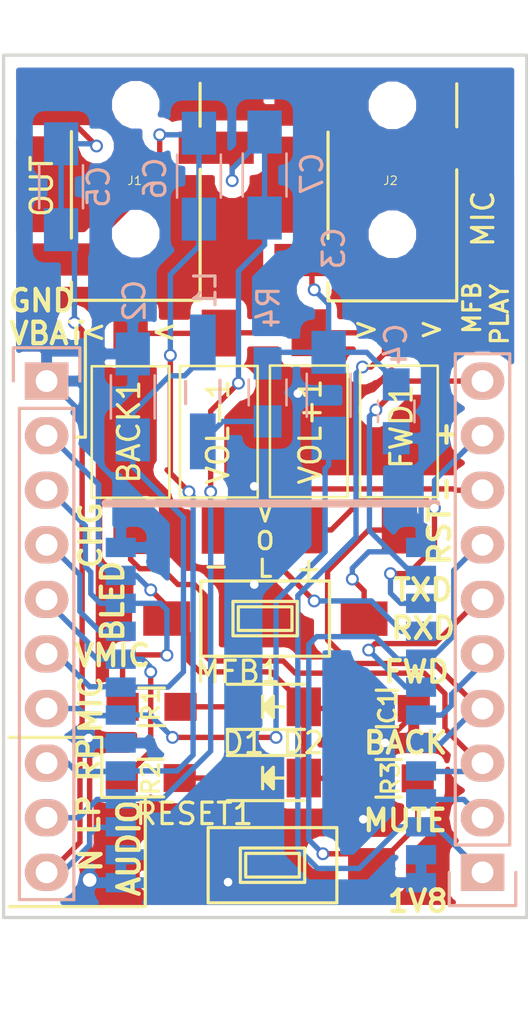
<source format=kicad_pcb>
(kicad_pcb (version 20171130) (host pcbnew 6.0.0-rc1-unknown-ef6f7e9~66~ubuntu16.04.1)

  (general
    (thickness 1.6)
    (drawings 40)
    (tracks 359)
    (zones 0)
    (modules 25)
    (nets 26)
  )

  (page A4)
  (title_block
    (date "7 feb 2014")
  )

  (layers
    (0 F.Cu signal)
    (31 B.Cu signal)
    (32 B.Adhes user)
    (33 F.Adhes user)
    (34 B.Paste user)
    (35 F.Paste user)
    (36 B.SilkS user)
    (37 F.SilkS user)
    (38 B.Mask user)
    (39 F.Mask user)
    (40 Dwgs.User user)
    (41 Cmts.User user)
    (42 Eco1.User user)
    (43 Eco2.User user)
    (44 Edge.Cuts user)
    (45 Margin user)
    (46 B.CrtYd user)
    (47 F.CrtYd user)
    (48 B.Fab user)
    (49 F.Fab user)
  )

  (setup
    (last_trace_width 0.25)
    (trace_clearance 0.2)
    (zone_clearance 0.508)
    (zone_45_only no)
    (trace_min 0.2)
    (via_size 0.6)
    (via_drill 0.4)
    (via_min_size 0.4)
    (via_min_drill 0.3)
    (uvia_size 0.3)
    (uvia_drill 0.1)
    (uvias_allowed no)
    (uvia_min_size 0.2)
    (uvia_min_drill 0.1)
    (edge_width 0.15)
    (segment_width 0.2)
    (pcb_text_width 0.3)
    (pcb_text_size 1.5 1.5)
    (mod_edge_width 0.15)
    (mod_text_size 1 1)
    (mod_text_width 0.15)
    (pad_size 1.524 1.524)
    (pad_drill 0.762)
    (pad_to_mask_clearance 0.2)
    (solder_mask_min_width 0.25)
    (aux_axis_origin 0 0)
    (visible_elements FFFDFF5F)
    (pcbplotparams
      (layerselection 0x010f0_ffffffff)
      (usegerberextensions false)
      (usegerberattributes false)
      (usegerberadvancedattributes false)
      (creategerberjobfile false)
      (excludeedgelayer true)
      (linewidth 1.000000)
      (plotframeref false)
      (viasonmask false)
      (mode 1)
      (useauxorigin false)
      (hpglpennumber 1)
      (hpglpenspeed 20)
      (hpglpendiameter 15.000000)
      (psnegative false)
      (psa4output false)
      (plotreference true)
      (plotvalue true)
      (plotinvisibletext false)
      (padsonsilk false)
      (subtractmaskfromsilk false)
      (outputformat 1)
      (mirror false)
      (drillshape 0)
      (scaleselection 1)
      (outputdirectory "plot/"))
  )

  (net 0 "")
  (net 1 GND)
  (net 2 "Net-(D1-Pad1)")
  (net 3 "Net-(D2-Pad1)")
  (net 4 /BACK)
  (net 5 /1V8)
  (net 6 /VBAT)
  (net 7 /VMIC)
  (net 8 /MIC)
  (net 9 "Net-(C3-Pad1)")
  (net 10 /FWD)
  (net 11 /SPKRP)
  (net 12 /SPKLP)
  (net 13 /SPKN)
  (net 14 "Net-(L1-Pad1)")
  (net 15 /MFB)
  (net 16 /MUTE)
  (net 17 /RXD)
  (net 18 /TXD)
  (net 19 /RST)
  (net 20 /VOL-)
  (net 21 /VOL+)
  (net 22 /RLED)
  (net 23 /CHG)
  (net 24 /BLED)
  (net 25 "Net-(J2-Pad3)")

  (net_class Default "This is the default net class."
    (clearance 0.2)
    (trace_width 0.25)
    (via_dia 0.6)
    (via_drill 0.4)
    (uvia_dia 0.3)
    (uvia_drill 0.1)
    (add_net /1V8)
    (add_net /BACK)
    (add_net /BLED)
    (add_net /CHG)
    (add_net /FWD)
    (add_net /MFB)
    (add_net /MIC)
    (add_net /MUTE)
    (add_net /RLED)
    (add_net /RST)
    (add_net /RXD)
    (add_net /SPKLP)
    (add_net /SPKN)
    (add_net /SPKRP)
    (add_net /TXD)
    (add_net /VBAT)
    (add_net /VMIC)
    (add_net /VOL+)
    (add_net /VOL-)
    (add_net GND)
    (add_net "Net-(C3-Pad1)")
    (add_net "Net-(D1-Pad1)")
    (add_net "Net-(D2-Pad1)")
    (add_net "Net-(J2-Pad3)")
    (add_net "Net-(L1-Pad1)")
  )

  (module Capacitors_SMD:C_1206_HandSoldering (layer B.Cu) (tedit 58AA84D1) (tstamp 5BB38F85)
    (at 112.4077 96.8055 90)
    (descr "Capacitor SMD 1206, hand soldering")
    (tags "capacitor 1206")
    (path /5BB7B0E5)
    (attr smd)
    (fp_text reference C5 (at 0 1.75 90) (layer B.SilkS)
      (effects (font (size 1 1) (thickness 0.15)) (justify mirror))
    )
    (fp_text value 1u (at 0 -2 90) (layer B.Fab)
      (effects (font (size 1 1) (thickness 0.15)) (justify mirror))
    )
    (fp_line (start 3.25 -1.05) (end -3.25 -1.05) (layer B.CrtYd) (width 0.05))
    (fp_line (start 3.25 -1.05) (end 3.25 1.05) (layer B.CrtYd) (width 0.05))
    (fp_line (start -3.25 1.05) (end -3.25 -1.05) (layer B.CrtYd) (width 0.05))
    (fp_line (start -3.25 1.05) (end 3.25 1.05) (layer B.CrtYd) (width 0.05))
    (fp_line (start -1 -1.02) (end 1 -1.02) (layer B.SilkS) (width 0.12))
    (fp_line (start 1 1.02) (end -1 1.02) (layer B.SilkS) (width 0.12))
    (fp_line (start -1.6 0.8) (end 1.6 0.8) (layer B.Fab) (width 0.1))
    (fp_line (start 1.6 0.8) (end 1.6 -0.8) (layer B.Fab) (width 0.1))
    (fp_line (start 1.6 -0.8) (end -1.6 -0.8) (layer B.Fab) (width 0.1))
    (fp_line (start -1.6 -0.8) (end -1.6 0.8) (layer B.Fab) (width 0.1))
    (fp_text user %R (at 0 1.75 90) (layer B.Fab)
      (effects (font (size 1 1) (thickness 0.15)) (justify mirror))
    )
    (pad 2 smd rect (at 2 0 90) (size 2 1.6) (layers B.Cu B.Paste B.Mask)
      (net 13 /SPKN))
    (pad 1 smd rect (at -2 0 90) (size 2 1.6) (layers B.Cu B.Paste B.Mask)
      (net 13 /SPKN))
    (model Capacitors_SMD.3dshapes/C_1206.wrl
      (at (xyz 0 0 0))
      (scale (xyz 1 1 1))
      (rotate (xyz 0 0 0))
    )
  )

  (module Capacitors_SMD:C_1206_HandSoldering (layer B.Cu) (tedit 58AA84D1) (tstamp 5BB38E57)
    (at 118.8339 96.3102 90)
    (descr "Capacitor SMD 1206, hand soldering")
    (tags "capacitor 1206")
    (path /5BB7B159)
    (attr smd)
    (fp_text reference C6 (at -0.1082 -2.0447 90) (layer B.SilkS)
      (effects (font (size 1 1) (thickness 0.15)) (justify mirror))
    )
    (fp_text value 1u (at 0 -2 90) (layer B.Fab)
      (effects (font (size 1 1) (thickness 0.15)) (justify mirror))
    )
    (fp_text user %R (at -0.1082 -2.0193 90) (layer B.Fab)
      (effects (font (size 1 1) (thickness 0.15)) (justify mirror))
    )
    (fp_line (start -1.6 -0.8) (end -1.6 0.8) (layer B.Fab) (width 0.1))
    (fp_line (start 1.6 -0.8) (end -1.6 -0.8) (layer B.Fab) (width 0.1))
    (fp_line (start 1.6 0.8) (end 1.6 -0.8) (layer B.Fab) (width 0.1))
    (fp_line (start -1.6 0.8) (end 1.6 0.8) (layer B.Fab) (width 0.1))
    (fp_line (start 1 1.02) (end -1 1.02) (layer B.SilkS) (width 0.12))
    (fp_line (start -1 -1.02) (end 1 -1.02) (layer B.SilkS) (width 0.12))
    (fp_line (start -3.25 1.05) (end 3.25 1.05) (layer B.CrtYd) (width 0.05))
    (fp_line (start -3.25 1.05) (end -3.25 -1.05) (layer B.CrtYd) (width 0.05))
    (fp_line (start 3.25 -1.05) (end 3.25 1.05) (layer B.CrtYd) (width 0.05))
    (fp_line (start 3.25 -1.05) (end -3.25 -1.05) (layer B.CrtYd) (width 0.05))
    (pad 1 smd rect (at -2 0 90) (size 2 1.6) (layers B.Cu B.Paste B.Mask)
      (net 11 /SPKRP))
    (pad 2 smd rect (at 2 0 90) (size 2 1.6) (layers B.Cu B.Paste B.Mask)
      (net 11 /SPKRP))
    (model Capacitors_SMD.3dshapes/C_1206.wrl
      (at (xyz 0 0 0))
      (scale (xyz 1 1 1))
      (rotate (xyz 0 0 0))
    )
  )

  (module Capacitors_SMD:C_1206_HandSoldering (layer B.Cu) (tedit 58AA84D1) (tstamp 5BB38E68)
    (at 121.8946 96.2599 270)
    (descr "Capacitor SMD 1206, hand soldering")
    (tags "capacitor 1206")
    (path /5BB7B199)
    (attr smd)
    (fp_text reference C7 (at -0.0701 -2.2098 270) (layer B.SilkS)
      (effects (font (size 1 1) (thickness 0.15)) (justify mirror))
    )
    (fp_text value 1u (at 0 -2 270) (layer B.Fab)
      (effects (font (size 1 1) (thickness 0.15)) (justify mirror))
    )
    (fp_line (start 3.25 -1.05) (end -3.25 -1.05) (layer B.CrtYd) (width 0.05))
    (fp_line (start 3.25 -1.05) (end 3.25 1.05) (layer B.CrtYd) (width 0.05))
    (fp_line (start -3.25 1.05) (end -3.25 -1.05) (layer B.CrtYd) (width 0.05))
    (fp_line (start -3.25 1.05) (end 3.25 1.05) (layer B.CrtYd) (width 0.05))
    (fp_line (start -1 -1.02) (end 1 -1.02) (layer B.SilkS) (width 0.12))
    (fp_line (start 1 1.02) (end -1 1.02) (layer B.SilkS) (width 0.12))
    (fp_line (start -1.6 0.8) (end 1.6 0.8) (layer B.Fab) (width 0.1))
    (fp_line (start 1.6 0.8) (end 1.6 -0.8) (layer B.Fab) (width 0.1))
    (fp_line (start 1.6 -0.8) (end -1.6 -0.8) (layer B.Fab) (width 0.1))
    (fp_line (start -1.6 -0.8) (end -1.6 0.8) (layer B.Fab) (width 0.1))
    (fp_text user %R (at -0.0574 -2.2098 270) (layer B.Fab)
      (effects (font (size 1 1) (thickness 0.15)) (justify mirror))
    )
    (pad 2 smd rect (at 2 0 270) (size 2 1.6) (layers B.Cu B.Paste B.Mask)
      (net 12 /SPKLP))
    (pad 1 smd rect (at -2 0 270) (size 2 1.6) (layers B.Cu B.Paste B.Mask)
      (net 12 /SPKLP))
    (model Capacitors_SMD.3dshapes/C_1206.wrl
      (at (xyz 0 0 0))
      (scale (xyz 1 1 1))
      (rotate (xyz 0 0 0))
    )
  )

  (module Buttons_Switches_SMD:SW_SPST_FSMSM (layer F.Cu) (tedit 56C45D89) (tstamp 56C2E133)
    (at 122.27306 128.37668 180)
    (descr http://www.te.com/commerce/DocumentDelivery/DDEController?Action=srchrtrv&DocNm=1437566-3&DocType=Customer+Drawing&DocLang=English)
    (tags "SPST button tactile switch")
    (path /56C30A34)
    (attr smd)
    (fp_text reference RESET1 (at 3.65506 2.39268 180) (layer F.SilkS)
      (effects (font (size 1 1) (thickness 0.15)))
    )
    (fp_text value SW_PUSH (at 0.01011 -0.00022 180) (layer F.Fab) hide
      (effects (font (size 1 1) (thickness 0.15)))
    )
    (fp_line (start -1.23989 -0.55022) (end 1.26011 -0.55022) (layer F.SilkS) (width 0.15))
    (fp_line (start 1.26011 -0.55022) (end 1.26011 0.54978) (layer F.SilkS) (width 0.15))
    (fp_line (start 1.26011 0.54978) (end -1.23989 0.54978) (layer F.SilkS) (width 0.15))
    (fp_line (start -1.23989 0.54978) (end -1.23989 -0.55022) (layer F.SilkS) (width 0.15))
    (fp_line (start -1.48989 0.79978) (end 1.51011 0.79978) (layer F.SilkS) (width 0.15))
    (fp_line (start -1.48989 -0.80022) (end 1.51011 -0.80022) (layer F.SilkS) (width 0.15))
    (fp_line (start 1.51011 -0.80022) (end 1.51011 0.79978) (layer F.SilkS) (width 0.15))
    (fp_line (start -1.48989 -0.80022) (end -1.48989 0.79978) (layer F.SilkS) (width 0.15))
    (fp_line (start -5.85 1.95) (end 5.9 1.95) (layer F.CrtYd) (width 0.05))
    (fp_line (start 5.9 -2) (end 5.9 1.95) (layer F.CrtYd) (width 0.05))
    (fp_line (start -2.98989 1.74978) (end 3.01011 1.74978) (layer F.SilkS) (width 0.15))
    (fp_line (start -2.98989 -1.75022) (end 3.01011 -1.75022) (layer F.SilkS) (width 0.15))
    (fp_line (start -2.98989 -1.75022) (end -2.98989 1.74978) (layer F.SilkS) (width 0.15))
    (fp_line (start 3.01011 -1.75022) (end 3.01011 1.74978) (layer F.SilkS) (width 0.15))
    (fp_line (start -5.85 -2) (end -5.85 1.95) (layer F.CrtYd) (width 0.05))
    (fp_line (start -5.85 -2) (end 5.9 -2) (layer F.CrtYd) (width 0.05))
    (pad 1 smd rect (at -4.60243 -0.00232 180) (size 2.18 1.6) (layers F.Cu F.Paste F.Mask)
      (net 19 /RST))
    (pad 2 smd rect (at 4.60243 0.00232 180) (size 2.18 1.6) (layers F.Cu F.Paste F.Mask)
      (net 1 GND))
  )

  (module jacks:3.5mm_stereo_jack_PJ320B (layer F.Cu) (tedit 5ADDB769) (tstamp 5B8CE159)
    (at 115.8875 92.9894)
    (path /5B90F3FE)
    (fp_text reference J1 (at -0.05 3.5306) (layer F.SilkS)
      (effects (font (size 0.39878 0.39878) (thickness 0.0508)))
    )
    (fp_text value Jack_3.5mm_3pin (at 0.11 2.15 90) (layer F.SilkS) hide
      (effects (font (size 1.524 1.524) (thickness 0.3048)))
    )
    (fp_line (start 3 -2.1) (end 3 -1.05) (layer Dwgs.User) (width 0.15))
    (fp_line (start 3 3) (end 3 9.1) (layer F.SilkS) (width 0.15))
    (fp_line (start 3 9.1) (end -3 9.1) (layer F.SilkS) (width 0.15))
    (fp_line (start -3 9.1) (end -3 8.25) (layer F.SilkS) (width 0.15))
    (fp_line (start -3 1.25) (end -3 6.2) (layer F.SilkS) (width 0.15))
    (fp_line (start -3 -1) (end -3 -2.1) (layer Dwgs.User) (width 0.15))
    (fp_line (start -3 -2.1) (end -2.5 -2.1) (layer Dwgs.User) (width 0.15))
    (fp_line (start -2.5 -2.1) (end -2.5 -4.8) (layer Dwgs.User) (width 0.15))
    (fp_line (start -2.5 -4.8) (end 2.5 -4.8) (layer Dwgs.User) (width 0.15))
    (fp_line (start 2.5 -4.8) (end 2.5 -2.1) (layer Dwgs.User) (width 0.15))
    (fp_line (start 2.5 -2.1) (end 3 -2.1) (layer Dwgs.User) (width 0.15))
    (fp_line (start 3 -1) (end 3 1) (layer F.SilkS) (width 0.15))
    (pad "" np_thru_hole circle (at 0 6) (size 1.2 1.2) (drill 1.2) (layers *.Cu *.Mask F.SilkS))
    (pad 2 smd rect (at -3.75 7.2) (size 3.5 1.5) (layers F.Cu F.Paste F.Mask)
      (net 11 /SPKRP))
    (pad 3 smd rect (at 3.75 2) (size 3.5 1.5) (layers F.Cu F.Paste F.Mask)
      (net 12 /SPKLP))
    (pad 1 smd rect (at -3.75 0.2) (size 3.5 1.5) (layers F.Cu F.Paste F.Mask)
      (net 13 /SPKN))
    (pad "" np_thru_hole circle (at 0 0) (size 1.2 1.2) (drill 1.2) (layers *.Cu *.Mask F.SilkS))
  )

  (module jacks:3.5mm_stereo_jack_PJ320B (layer F.Cu) (tedit 5ADDB769) (tstamp 5B8AFD71)
    (at 127.8509 93.0148)
    (path /5B8B1B0C)
    (fp_text reference J2 (at -0.0889 3.5052) (layer F.SilkS)
      (effects (font (size 0.39878 0.39878) (thickness 0.0508)))
    )
    (fp_text value Jack_3.5mm_3pin (at 0.11 2.15 90) (layer F.SilkS) hide
      (effects (font (size 1.524 1.524) (thickness 0.3048)))
    )
    (fp_line (start 3 -2.1) (end 3 -1.05) (layer Dwgs.User) (width 0.15))
    (fp_line (start 3 3) (end 3 9.1) (layer F.SilkS) (width 0.15))
    (fp_line (start 3 9.1) (end -3 9.1) (layer F.SilkS) (width 0.15))
    (fp_line (start -3 9.1) (end -3 8.25) (layer F.SilkS) (width 0.15))
    (fp_line (start -3 1.25) (end -3 6.2) (layer F.SilkS) (width 0.15))
    (fp_line (start -3 -1) (end -3 -2.1) (layer Dwgs.User) (width 0.15))
    (fp_line (start -3 -2.1) (end -2.5 -2.1) (layer Dwgs.User) (width 0.15))
    (fp_line (start -2.5 -2.1) (end -2.5 -4.8) (layer Dwgs.User) (width 0.15))
    (fp_line (start -2.5 -4.8) (end 2.5 -4.8) (layer Dwgs.User) (width 0.15))
    (fp_line (start 2.5 -4.8) (end 2.5 -2.1) (layer Dwgs.User) (width 0.15))
    (fp_line (start 2.5 -2.1) (end 3 -2.1) (layer Dwgs.User) (width 0.15))
    (fp_line (start 3 -1) (end 3 1) (layer F.SilkS) (width 0.15))
    (pad "" np_thru_hole circle (at 0 6) (size 1.2 1.2) (drill 1.2) (layers *.Cu *.Mask F.SilkS))
    (pad 2 smd rect (at -3.75 7.2) (size 3.5 1.5) (layers F.Cu F.Paste F.Mask)
      (net 9 "Net-(C3-Pad1)"))
    (pad 3 smd rect (at 3.75 2) (size 3.5 1.5) (layers F.Cu F.Paste F.Mask)
      (net 25 "Net-(J2-Pad3)"))
    (pad 1 smd rect (at -3.75 0.2) (size 3.5 1.5) (layers F.Cu F.Paste F.Mask)
      (net 1 GND))
    (pad "" np_thru_hole circle (at 0 0) (size 1.2 1.2) (drill 1.2) (layers *.Cu *.Mask F.SilkS))
  )

  (module Pin_Headers:Pin_Header_Straight_1x10 (layer B.Cu) (tedit 56CAFFB9) (tstamp 56C2E0EE)
    (at 111.73206 105.84688 180)
    (descr "Through hole pin header")
    (tags "pin header")
    (path /542152BE)
    (fp_text reference P2 (at 0 5.1 180) (layer B.SilkS) hide
      (effects (font (size 1 1) (thickness 0.15)) (justify mirror))
    )
    (fp_text value CONNECTOR (at 0 3.1 180) (layer B.Fab) hide
      (effects (font (size 1 1) (thickness 0.15)) (justify mirror))
    )
    (fp_line (start -1.75 1.75) (end -1.75 -24.65) (layer B.CrtYd) (width 0.05))
    (fp_line (start 1.75 1.75) (end 1.75 -24.65) (layer B.CrtYd) (width 0.05))
    (fp_line (start -1.75 1.75) (end 1.75 1.75) (layer B.CrtYd) (width 0.05))
    (fp_line (start -1.75 -24.65) (end 1.75 -24.65) (layer B.CrtYd) (width 0.05))
    (fp_line (start 1.27 -1.27) (end 1.27 -24.13) (layer B.SilkS) (width 0.15))
    (fp_line (start 1.27 -24.13) (end -1.27 -24.13) (layer B.SilkS) (width 0.15))
    (fp_line (start -1.27 -24.13) (end -1.27 -1.27) (layer B.SilkS) (width 0.15))
    (fp_line (start 1.55 1.55) (end 1.55 0) (layer B.SilkS) (width 0.15))
    (fp_line (start 1.27 -1.27) (end -1.27 -1.27) (layer B.SilkS) (width 0.15))
    (fp_line (start -1.55 0) (end -1.55 1.55) (layer B.SilkS) (width 0.15))
    (fp_line (start -1.55 1.55) (end 1.55 1.55) (layer B.SilkS) (width 0.15))
    (pad 1 thru_hole rect (at 0 0 180) (size 2.032 1.7272) (drill 1.016) (layers *.Cu *.Mask B.SilkS)
      (net 1 GND))
    (pad 2 thru_hole oval (at 0 -2.54 180) (size 2.032 1.7272) (drill 1.016) (layers *.Cu *.Mask B.SilkS)
      (net 6 /VBAT))
    (pad 3 thru_hole oval (at 0 -5.08 180) (size 2.032 1.7272) (drill 1.016) (layers *.Cu *.Mask B.SilkS)
      (net 22 /RLED))
    (pad 4 thru_hole oval (at 0 -7.62 180) (size 2.032 1.7272) (drill 1.016) (layers *.Cu *.Mask B.SilkS)
      (net 23 /CHG))
    (pad 5 thru_hole oval (at 0 -10.16 180) (size 2.032 1.7272) (drill 1.016) (layers *.Cu *.Mask B.SilkS)
      (net 24 /BLED))
    (pad 6 thru_hole oval (at 0 -12.7 180) (size 2.032 1.7272) (drill 1.016) (layers *.Cu *.Mask B.SilkS)
      (net 7 /VMIC))
    (pad 7 thru_hole oval (at 0 -15.24 180) (size 2.032 1.7272) (drill 1.016) (layers *.Cu *.Mask B.SilkS)
      (net 8 /MIC))
    (pad 8 thru_hole oval (at 0 -17.78 180) (size 2.032 1.7272) (drill 1.016) (layers *.Cu *.Mask B.SilkS)
      (net 11 /SPKRP))
    (pad 9 thru_hole oval (at 0 -20.32 180) (size 2.032 1.7272) (drill 1.016) (layers *.Cu *.Mask B.SilkS)
      (net 12 /SPKLP))
    (pad 10 thru_hole oval (at 0 -22.86 180) (size 2.032 1.7272) (drill 1.016) (layers *.Cu *.Mask B.SilkS)
      (net 13 /SPKN))
    (model Pin_Headers.3dshapes/Pin_Header_Straight_1x10.wrl
      (offset (xyz 0 -11.42999982833862 0))
      (scale (xyz 1 1 1))
      (rotate (xyz 0 0 90))
    )
  )

  (module Pin_Headers:Pin_Header_Straight_1x10 (layer B.Cu) (tedit 56CAFFB5) (tstamp 56C2E0D6)
    (at 132.05206 128.70688)
    (descr "Through hole pin header")
    (tags "pin header")
    (path /54200046)
    (fp_text reference P1 (at 0 5.1) (layer B.SilkS) hide
      (effects (font (size 1 1) (thickness 0.15)) (justify mirror))
    )
    (fp_text value CONNECTOR (at 0 3.1) (layer B.Fab) hide
      (effects (font (size 1 1) (thickness 0.15)) (justify mirror))
    )
    (fp_line (start -1.75 1.75) (end -1.75 -24.65) (layer B.CrtYd) (width 0.05))
    (fp_line (start 1.75 1.75) (end 1.75 -24.65) (layer B.CrtYd) (width 0.05))
    (fp_line (start -1.75 1.75) (end 1.75 1.75) (layer B.CrtYd) (width 0.05))
    (fp_line (start -1.75 -24.65) (end 1.75 -24.65) (layer B.CrtYd) (width 0.05))
    (fp_line (start 1.27 -1.27) (end 1.27 -24.13) (layer B.SilkS) (width 0.15))
    (fp_line (start 1.27 -24.13) (end -1.27 -24.13) (layer B.SilkS) (width 0.15))
    (fp_line (start -1.27 -24.13) (end -1.27 -1.27) (layer B.SilkS) (width 0.15))
    (fp_line (start 1.55 1.55) (end 1.55 0) (layer B.SilkS) (width 0.15))
    (fp_line (start 1.27 -1.27) (end -1.27 -1.27) (layer B.SilkS) (width 0.15))
    (fp_line (start -1.55 0) (end -1.55 1.55) (layer B.SilkS) (width 0.15))
    (fp_line (start -1.55 1.55) (end 1.55 1.55) (layer B.SilkS) (width 0.15))
    (pad 1 thru_hole rect (at 0 0) (size 2.032 1.7272) (drill 1.016) (layers *.Cu *.Mask B.SilkS)
      (net 5 /1V8))
    (pad 2 thru_hole oval (at 0 -2.54) (size 2.032 1.7272) (drill 1.016) (layers *.Cu *.Mask B.SilkS)
      (net 16 /MUTE))
    (pad 3 thru_hole oval (at 0 -5.08) (size 2.032 1.7272) (drill 1.016) (layers *.Cu *.Mask B.SilkS)
      (net 4 /BACK))
    (pad 4 thru_hole oval (at 0 -7.62) (size 2.032 1.7272) (drill 1.016) (layers *.Cu *.Mask B.SilkS)
      (net 10 /FWD))
    (pad 5 thru_hole oval (at 0 -10.16) (size 2.032 1.7272) (drill 1.016) (layers *.Cu *.Mask B.SilkS)
      (net 17 /RXD))
    (pad 6 thru_hole oval (at 0 -12.7) (size 2.032 1.7272) (drill 1.016) (layers *.Cu *.Mask B.SilkS)
      (net 18 /TXD))
    (pad 7 thru_hole oval (at 0 -15.24) (size 2.032 1.7272) (drill 1.016) (layers *.Cu *.Mask B.SilkS)
      (net 19 /RST))
    (pad 8 thru_hole oval (at 0 -17.78) (size 2.032 1.7272) (drill 1.016) (layers *.Cu *.Mask B.SilkS)
      (net 20 /VOL-))
    (pad 9 thru_hole oval (at 0 -20.32) (size 2.032 1.7272) (drill 1.016) (layers *.Cu *.Mask B.SilkS)
      (net 21 /VOL+))
    (pad 10 thru_hole oval (at 0 -22.86) (size 2.032 1.7272) (drill 1.016) (layers *.Cu *.Mask B.SilkS)
      (net 15 /MFB))
    (model Pin_Headers.3dshapes/Pin_Header_Straight_1x10.wrl
      (offset (xyz 0 -11.42999982833862 0))
      (scale (xyz 1 1 1))
      (rotate (xyz 0 0 90))
    )
  )

  (module my_modules:BLK-MD-SPK-B_no_up_silk (layer B.Cu) (tedit 56C45E50) (tstamp 56C2E134)
    (at 113.91646 135.53948)
    (path /54200037)
    (clearance 0.2)
    (fp_text reference U1 (at 4.14782 -6.72084) (layer B.SilkS) hide
      (effects (font (size 1.524 1.524) (thickness 0.3048)) (justify mirror))
    )
    (fp_text value BLK-MD-SPK-B (at 8.69 -25.97) (layer B.Fab) hide
      (effects (font (size 1.524 1.524) (thickness 0.3048)) (justify mirror))
    )
    (fp_line (start 0.57 -24) (end 15.97 -24) (layer B.SilkS) (width 0.381))
    (pad 1 smd rect (at 1.27 -6.35 180) (size 1.4 0.9) (layers B.Cu B.Paste B.Mask)
      (net 1 GND))
    (pad 2 smd rect (at 1.27 -7.65 180) (size 1.4 0.9) (layers B.Cu B.Paste B.Mask)
      (net 1 GND))
    (pad 3 smd rect (at 1.27 -8.95 180) (size 1.4 0.9) (layers B.Cu B.Paste B.Mask)
      (net 13 /SPKN))
    (pad 4 smd rect (at 1.27 -10.25 180) (size 1.4 0.9) (layers B.Cu B.Paste B.Mask)
      (net 12 /SPKLP))
    (pad 5 smd rect (at 1.27 -11.55 180) (size 1.4 0.9) (layers B.Cu B.Paste B.Mask)
      (net 11 /SPKRP))
    (pad 6 smd rect (at 1.27 -12.85 180) (size 1.4 0.9) (layers B.Cu B.Paste B.Mask)
      (net 1 GND))
    (pad 7 smd rect (at 1.27 -14.15 180) (size 1.4 0.9) (layers B.Cu B.Paste B.Mask)
      (net 8 /MIC))
    (pad 8 smd rect (at 1.27 -15.45 180) (size 1.4 0.9) (layers B.Cu B.Paste B.Mask)
      (net 7 /VMIC))
    (pad 9 smd rect (at 1.27 -16.75 180) (size 1.4 0.9) (layers B.Cu B.Paste B.Mask)
      (net 24 /BLED))
    (pad 10 smd rect (at 1.27 -18.05 180) (size 1.4 0.9) (layers B.Cu B.Paste B.Mask)
      (net 23 /CHG))
    (pad 11 smd rect (at 1.27 -19.35 180) (size 1.4 0.9) (layers B.Cu B.Paste B.Mask)
      (net 22 /RLED))
    (pad 12 smd rect (at 1.27 -20.65 180) (size 1.4 0.9) (layers B.Cu B.Paste B.Mask)
      (net 6 /VBAT))
    (pad 13 smd rect (at 1.27 -21.95 180) (size 1.4 0.9) (layers B.Cu B.Paste B.Mask)
      (net 1 GND))
    (pad 14 smd rect (at 15.27 -21.95 180) (size 1.4 0.9) (layers B.Cu B.Paste B.Mask)
      (net 1 GND))
    (pad 15 smd rect (at 15.27 -20.65 180) (size 1.4 0.9) (layers B.Cu B.Paste B.Mask)
      (net 15 /MFB))
    (pad 16 smd rect (at 15.27 -19.35 180) (size 1.4 0.9) (layers B.Cu B.Paste B.Mask)
      (net 21 /VOL+))
    (pad 17 smd rect (at 15.27 -18.05 180) (size 1.4 0.9) (layers B.Cu B.Paste B.Mask)
      (net 20 /VOL-))
    (pad 18 smd rect (at 15.27 -16.75 180) (size 1.4 0.9) (layers B.Cu B.Paste B.Mask)
      (net 19 /RST))
    (pad 19 smd rect (at 15.27 -15.45 180) (size 1.4 0.9) (layers B.Cu B.Paste B.Mask)
      (net 18 /TXD))
    (pad 20 smd rect (at 15.27 -14.15 180) (size 1.4 0.9) (layers B.Cu B.Paste B.Mask)
      (net 17 /RXD))
    (pad 21 smd rect (at 15.27 -12.85 180) (size 1.4 0.9) (layers B.Cu B.Paste B.Mask)
      (net 10 /FWD))
    (pad 22 smd rect (at 15.27 -11.55 180) (size 1.4 0.9) (layers B.Cu B.Paste B.Mask)
      (net 4 /BACK))
    (pad 23 smd rect (at 15.27 -10.25 180) (size 1.4 0.9) (layers B.Cu B.Paste B.Mask)
      (net 16 /MUTE))
    (pad 24 smd rect (at 15.27 -8.95 180) (size 1.4 0.9) (layers B.Cu B.Paste B.Mask)
      (net 5 /1V8))
    (pad 25 smd rect (at 15.27 -7.65 180) (size 1.4 0.9) (layers B.Cu B.Paste B.Mask)
      (net 1 GND))
    (pad 26 smd rect (at 15.27 -6.35 180) (size 1.4 0.9) (layers B.Cu B.Paste B.Mask)
      (net 1 GND))
  )

  (module Resistors_SMD:R_0805_HandSoldering (layer F.Cu) (tedit 56C45DC7) (tstamp 56C2E11D)
    (at 116.586 124.3203 180)
    (descr "Resistor SMD 0805, hand soldering")
    (tags "resistor 0805")
    (path /56C2DD76)
    (attr smd)
    (fp_text reference R2 (at 0 -0.0127 270) (layer F.SilkS)
      (effects (font (size 0.8 0.8) (thickness 0.15)))
    )
    (fp_text value 470 (at 0 2.1 180) (layer F.Fab) hide
      (effects (font (size 1 1) (thickness 0.15)))
    )
    (fp_line (start -2.4 -1) (end 2.4 -1) (layer F.CrtYd) (width 0.05))
    (fp_line (start -2.4 1) (end 2.4 1) (layer F.CrtYd) (width 0.05))
    (fp_line (start -2.4 -1) (end -2.4 1) (layer F.CrtYd) (width 0.05))
    (fp_line (start 2.4 -1) (end 2.4 1) (layer F.CrtYd) (width 0.05))
    (fp_line (start 0.6 0.875) (end -0.6 0.875) (layer F.SilkS) (width 0.15))
    (fp_line (start -0.6 -0.875) (end 0.6 -0.875) (layer F.SilkS) (width 0.15))
    (pad 1 smd rect (at -1.35 0 180) (size 1.5 1.3) (layers F.Cu F.Paste F.Mask)
      (net 3 "Net-(D2-Pad1)"))
    (pad 2 smd rect (at 1.35 0 180) (size 1.5 1.3) (layers F.Cu F.Paste F.Mask)
      (net 24 /BLED))
    (model Resistors_SMD.3dshapes/R_0805_HandSoldering.wrl
      (at (xyz 0 0 0))
      (scale (xyz 1 1 1))
      (rotate (xyz 0 0 0))
    )
  )

  (module Resistors_SMD:R_0805_HandSoldering (layer F.Cu) (tedit 56C45D91) (tstamp 56C2E111)
    (at 116.6241 121.0056 180)
    (descr "Resistor SMD 0805, hand soldering")
    (tags "resistor 0805")
    (path /56C2DCE3)
    (attr smd)
    (fp_text reference R1 (at 0.0381 0.1016 270) (layer F.SilkS)
      (effects (font (size 0.8 0.8) (thickness 0.15)))
    )
    (fp_text value 470 (at 0 2.1 180) (layer F.Fab) hide
      (effects (font (size 1 1) (thickness 0.15)))
    )
    (fp_line (start -2.4 -1) (end 2.4 -1) (layer F.CrtYd) (width 0.05))
    (fp_line (start -2.4 1) (end 2.4 1) (layer F.CrtYd) (width 0.05))
    (fp_line (start -2.4 -1) (end -2.4 1) (layer F.CrtYd) (width 0.05))
    (fp_line (start 2.4 -1) (end 2.4 1) (layer F.CrtYd) (width 0.05))
    (fp_line (start 0.6 0.875) (end -0.6 0.875) (layer F.SilkS) (width 0.15))
    (fp_line (start -0.6 -0.875) (end 0.6 -0.875) (layer F.SilkS) (width 0.15))
    (pad 1 smd rect (at -1.35 0 180) (size 1.5 1.3) (layers F.Cu F.Paste F.Mask)
      (net 2 "Net-(D1-Pad1)"))
    (pad 2 smd rect (at 1.35 0 180) (size 1.5 1.3) (layers F.Cu F.Paste F.Mask)
      (net 22 /RLED))
    (model Resistors_SMD.3dshapes/R_0805_HandSoldering.wrl
      (at (xyz 0 0 0))
      (scale (xyz 1 1 1))
      (rotate (xyz 0 0 0))
    )
  )

  (module LEDs:LED-1206 (layer F.Cu) (tedit 56C45DB4) (tstamp 56C2E09D)
    (at 122.301 124.3203)
    (descr "LED 1206 smd package")
    (tags "LED1206 SMD")
    (path /56C2E55A)
    (attr smd)
    (fp_text reference D2 (at 1.397 -1.6383 180) (layer F.SilkS)
      (effects (font (size 1 1) (thickness 0.15)))
    )
    (fp_text value LED (at 0 2) (layer F.Fab) hide
      (effects (font (size 1 1) (thickness 0.15)))
    )
    (fp_line (start -2.15 1.05) (end 1.45 1.05) (layer F.SilkS) (width 0.15))
    (fp_line (start -2.15 -1.05) (end 1.45 -1.05) (layer F.SilkS) (width 0.15))
    (fp_line (start -0.1 -0.3) (end -0.1 0.3) (layer F.SilkS) (width 0.15))
    (fp_line (start -0.1 0.3) (end -0.4 0) (layer F.SilkS) (width 0.15))
    (fp_line (start -0.4 0) (end -0.2 -0.2) (layer F.SilkS) (width 0.15))
    (fp_line (start -0.2 -0.2) (end -0.2 0.05) (layer F.SilkS) (width 0.15))
    (fp_line (start -0.2 0.05) (end -0.25 0) (layer F.SilkS) (width 0.15))
    (fp_line (start -0.5 -0.5) (end -0.5 0.5) (layer F.SilkS) (width 0.15))
    (fp_line (start 0 0) (end 0.5 0) (layer F.SilkS) (width 0.15))
    (fp_line (start -0.5 0) (end 0 -0.5) (layer F.SilkS) (width 0.15))
    (fp_line (start 0 -0.5) (end 0 0.5) (layer F.SilkS) (width 0.15))
    (fp_line (start 0 0.5) (end -0.5 0) (layer F.SilkS) (width 0.15))
    (fp_line (start 2.5 -1.25) (end -2.5 -1.25) (layer F.CrtYd) (width 0.05))
    (fp_line (start -2.5 -1.25) (end -2.5 1.25) (layer F.CrtYd) (width 0.05))
    (fp_line (start -2.5 1.25) (end 2.5 1.25) (layer F.CrtYd) (width 0.05))
    (fp_line (start 2.5 1.25) (end 2.5 -1.25) (layer F.CrtYd) (width 0.05))
    (pad 2 smd rect (at 1.41986 0 180) (size 1.59766 1.80086) (layers F.Cu F.Paste F.Mask)
      (net 6 /VBAT))
    (pad 1 smd rect (at -1.41986 0 180) (size 1.59766 1.80086) (layers F.Cu F.Paste F.Mask)
      (net 3 "Net-(D2-Pad1)"))
    (model LEDs.3dshapes/LED_1206.wrl
      (at (xyz 0 0 0))
      (scale (xyz 1 1 1))
      (rotate (xyz 0 0 0))
    )
  )

  (module LEDs:LED-1206 (layer F.Cu) (tedit 56C45DAD) (tstamp 56C2E087)
    (at 122.301 121.0056)
    (descr "LED 1206 smd package")
    (tags "LED1206 SMD")
    (path /56C2E4C0)
    (attr smd)
    (fp_text reference D1 (at -1.397 1.6764 180) (layer F.SilkS)
      (effects (font (size 1 1) (thickness 0.15)))
    )
    (fp_text value LED (at 0 2) (layer F.Fab) hide
      (effects (font (size 1 1) (thickness 0.15)))
    )
    (fp_line (start -2.15 1.05) (end 1.45 1.05) (layer F.SilkS) (width 0.15))
    (fp_line (start -2.15 -1.05) (end 1.45 -1.05) (layer F.SilkS) (width 0.15))
    (fp_line (start -0.1 -0.3) (end -0.1 0.3) (layer F.SilkS) (width 0.15))
    (fp_line (start -0.1 0.3) (end -0.4 0) (layer F.SilkS) (width 0.15))
    (fp_line (start -0.4 0) (end -0.2 -0.2) (layer F.SilkS) (width 0.15))
    (fp_line (start -0.2 -0.2) (end -0.2 0.05) (layer F.SilkS) (width 0.15))
    (fp_line (start -0.2 0.05) (end -0.25 0) (layer F.SilkS) (width 0.15))
    (fp_line (start -0.5 -0.5) (end -0.5 0.5) (layer F.SilkS) (width 0.15))
    (fp_line (start 0 0) (end 0.5 0) (layer F.SilkS) (width 0.15))
    (fp_line (start -0.5 0) (end 0 -0.5) (layer F.SilkS) (width 0.15))
    (fp_line (start 0 -0.5) (end 0 0.5) (layer F.SilkS) (width 0.15))
    (fp_line (start 0 0.5) (end -0.5 0) (layer F.SilkS) (width 0.15))
    (fp_line (start 2.5 -1.25) (end -2.5 -1.25) (layer F.CrtYd) (width 0.05))
    (fp_line (start -2.5 -1.25) (end -2.5 1.25) (layer F.CrtYd) (width 0.05))
    (fp_line (start -2.5 1.25) (end 2.5 1.25) (layer F.CrtYd) (width 0.05))
    (fp_line (start 2.5 1.25) (end 2.5 -1.25) (layer F.CrtYd) (width 0.05))
    (pad 2 smd rect (at 1.41986 0 180) (size 1.59766 1.80086) (layers F.Cu F.Paste F.Mask)
      (net 6 /VBAT))
    (pad 1 smd rect (at -1.41986 0 180) (size 1.59766 1.80086) (layers F.Cu F.Paste F.Mask)
      (net 2 "Net-(D1-Pad1)"))
    (model LEDs.3dshapes/LED_1206.wrl
      (at (xyz 0 0 0))
      (scale (xyz 1 1 1))
      (rotate (xyz 0 0 0))
    )
  )

  (module Capacitors_SMD:C_0805_HandSoldering (layer F.Cu) (tedit 56C45DA0) (tstamp 56C2E071)
    (at 127.5969 121.0818 180)
    (descr "Capacitor SMD 0805, hand soldering")
    (tags "capacitor 0805")
    (path /56C2DB63)
    (attr smd)
    (fp_text reference C1 (at -0.0381 0.0508 270) (layer F.SilkS)
      (effects (font (size 0.8 0.8) (thickness 0.15)))
    )
    (fp_text value 100n (at 0 2.1 180) (layer F.Fab) hide
      (effects (font (size 1 1) (thickness 0.15)))
    )
    (fp_line (start -2.3 -1) (end 2.3 -1) (layer F.CrtYd) (width 0.05))
    (fp_line (start -2.3 1) (end 2.3 1) (layer F.CrtYd) (width 0.05))
    (fp_line (start -2.3 -1) (end -2.3 1) (layer F.CrtYd) (width 0.05))
    (fp_line (start 2.3 -1) (end 2.3 1) (layer F.CrtYd) (width 0.05))
    (fp_line (start 0.5 -0.85) (end -0.5 -0.85) (layer F.SilkS) (width 0.15))
    (fp_line (start -0.5 0.85) (end 0.5 0.85) (layer F.SilkS) (width 0.15))
    (pad 1 smd rect (at -1.25 0 180) (size 1.5 1.25) (layers F.Cu F.Paste F.Mask)
      (net 1 GND))
    (pad 2 smd rect (at 1.25 0 180) (size 1.5 1.25) (layers F.Cu F.Paste F.Mask)
      (net 6 /VBAT))
    (model Capacitors_SMD.3dshapes/C_0805_HandSoldering.wrl
      (at (xyz 0 0 0))
      (scale (xyz 1 1 1))
      (rotate (xyz 0 0 0))
    )
  )

  (module Resistors_SMD:R_0805_HandSoldering (layer F.Cu) (tedit 56C45D7C) (tstamp 56C45C8A)
    (at 127.682 124.333 180)
    (descr "Resistor SMD 0805, hand soldering")
    (tags "resistor 0805")
    (path /56C45ECC)
    (attr smd)
    (fp_text reference R3 (at -0.08 0 270) (layer F.SilkS)
      (effects (font (size 0.8 0.8) (thickness 0.15)))
    )
    (fp_text value 10k (at 0 2.1 180) (layer F.Fab) hide
      (effects (font (size 1 1) (thickness 0.15)))
    )
    (fp_line (start -2.4 -1) (end 2.4 -1) (layer F.CrtYd) (width 0.05))
    (fp_line (start -2.4 1) (end 2.4 1) (layer F.CrtYd) (width 0.05))
    (fp_line (start -2.4 -1) (end -2.4 1) (layer F.CrtYd) (width 0.05))
    (fp_line (start 2.4 -1) (end 2.4 1) (layer F.CrtYd) (width 0.05))
    (fp_line (start 0.6 0.875) (end -0.6 0.875) (layer F.SilkS) (width 0.15))
    (fp_line (start -0.6 -0.875) (end 0.6 -0.875) (layer F.SilkS) (width 0.15))
    (pad 1 smd rect (at -1.35 0 180) (size 1.5 1.3) (layers F.Cu F.Paste F.Mask)
      (net 19 /RST))
    (pad 2 smd rect (at 1.35 0 180) (size 1.5 1.3) (layers F.Cu F.Paste F.Mask)
      (net 6 /VBAT))
    (model Resistors_SMD.3dshapes/R_0805_HandSoldering.wrl
      (at (xyz 0 0 0))
      (scale (xyz 1 1 1))
      (rotate (xyz 0 0 0))
    )
  )

  (module Buttons_Switches_SMD:SW_SPST_FSMSM (layer F.Cu) (tedit 555C8B1B) (tstamp 56C466D1)
    (at 121.93016 116.90096 180)
    (descr http://www.te.com/commerce/DocumentDelivery/DDEController?Action=srchrtrv&DocNm=1437566-3&DocType=Customer+Drawing&DocLang=English)
    (tags "SPST button tactile switch")
    (path /56C47C55)
    (attr smd)
    (fp_text reference MFB1 (at 1.28016 -2.47904 180) (layer F.SilkS)
      (effects (font (size 1 1) (thickness 0.15)))
    )
    (fp_text value SW_PUSH (at 0.01011 -0.00022 180) (layer F.Fab)
      (effects (font (size 1 1) (thickness 0.15)))
    )
    (fp_line (start -1.23989 -0.55022) (end 1.26011 -0.55022) (layer F.SilkS) (width 0.15))
    (fp_line (start 1.26011 -0.55022) (end 1.26011 0.54978) (layer F.SilkS) (width 0.15))
    (fp_line (start 1.26011 0.54978) (end -1.23989 0.54978) (layer F.SilkS) (width 0.15))
    (fp_line (start -1.23989 0.54978) (end -1.23989 -0.55022) (layer F.SilkS) (width 0.15))
    (fp_line (start -1.48989 0.79978) (end 1.51011 0.79978) (layer F.SilkS) (width 0.15))
    (fp_line (start -1.48989 -0.80022) (end 1.51011 -0.80022) (layer F.SilkS) (width 0.15))
    (fp_line (start 1.51011 -0.80022) (end 1.51011 0.79978) (layer F.SilkS) (width 0.15))
    (fp_line (start -1.48989 -0.80022) (end -1.48989 0.79978) (layer F.SilkS) (width 0.15))
    (fp_line (start -5.85 1.95) (end 5.9 1.95) (layer F.CrtYd) (width 0.05))
    (fp_line (start 5.9 -2) (end 5.9 1.95) (layer F.CrtYd) (width 0.05))
    (fp_line (start -2.98989 1.74978) (end 3.01011 1.74978) (layer F.SilkS) (width 0.15))
    (fp_line (start -2.98989 -1.75022) (end 3.01011 -1.75022) (layer F.SilkS) (width 0.15))
    (fp_line (start -2.98989 -1.75022) (end -2.98989 1.74978) (layer F.SilkS) (width 0.15))
    (fp_line (start 3.01011 -1.75022) (end 3.01011 1.74978) (layer F.SilkS) (width 0.15))
    (fp_line (start -5.85 -2) (end -5.85 1.95) (layer F.CrtYd) (width 0.05))
    (fp_line (start -5.85 -2) (end 5.9 -2) (layer F.CrtYd) (width 0.05))
    (pad 1 smd rect (at -4.60243 -0.00232 180) (size 2.18 1.6) (layers F.Cu F.Paste F.Mask)
      (net 15 /MFB))
    (pad 2 smd rect (at 4.60243 0.00232 180) (size 2.18 1.6) (layers F.Cu F.Paste F.Mask)
      (net 6 /VBAT))
  )

  (module Buttons_Switches_SMD:SW_SPST_FSMSM (layer F.Cu) (tedit 58723FBE) (tstamp 5B8C0408)
    (at 115.6462 108.2167 90)
    (descr http://www.te.com/commerce/DocumentDelivery/DDEController?Action=srchrtrv&DocNm=1437566-3&DocType=Customer+Drawing&DocLang=English)
    (tags "SPST button tactile switch")
    (path /5B8EFFBE)
    (attr smd)
    (fp_text reference BACK1 (at 0.0127 -0.0762 90) (layer F.SilkS)
      (effects (font (size 1 1) (thickness 0.15)))
    )
    (fp_text value SW_PUSH (at 0 3 90) (layer F.Fab)
      (effects (font (size 1 1) (thickness 0.15)))
    )
    (fp_text user %R (at 0 -2.6 90) (layer F.Fab)
      (effects (font (size 1 1) (thickness 0.15)))
    )
    (fp_line (start -1.75 -1) (end 1.75 -1) (layer F.Fab) (width 0.1))
    (fp_line (start 1.75 -1) (end 1.75 1) (layer F.Fab) (width 0.1))
    (fp_line (start 1.75 1) (end -1.75 1) (layer F.Fab) (width 0.1))
    (fp_line (start -1.75 1) (end -1.75 -1) (layer F.Fab) (width 0.1))
    (fp_line (start -3.06 -1.81) (end 3.06 -1.81) (layer F.SilkS) (width 0.12))
    (fp_line (start 3.06 -1.81) (end 3.06 1.81) (layer F.SilkS) (width 0.12))
    (fp_line (start 3.06 1.81) (end -3.06 1.81) (layer F.SilkS) (width 0.12))
    (fp_line (start -3.06 1.81) (end -3.06 -1.81) (layer F.SilkS) (width 0.12))
    (fp_line (start -1.5 0.8) (end 1.5 0.8) (layer F.Fab) (width 0.1))
    (fp_line (start -1.5 -0.8) (end 1.5 -0.8) (layer F.Fab) (width 0.1))
    (fp_line (start 1.5 -0.8) (end 1.5 0.8) (layer F.Fab) (width 0.1))
    (fp_line (start -1.5 -0.8) (end -1.5 0.8) (layer F.Fab) (width 0.1))
    (fp_line (start -5.95 2) (end 5.95 2) (layer F.CrtYd) (width 0.05))
    (fp_line (start 5.95 -2) (end 5.95 2) (layer F.CrtYd) (width 0.05))
    (fp_line (start -3 1.75) (end 3 1.75) (layer F.Fab) (width 0.1))
    (fp_line (start -3 -1.75) (end 3 -1.75) (layer F.Fab) (width 0.1))
    (fp_line (start -3 -1.75) (end -3 1.75) (layer F.Fab) (width 0.1))
    (fp_line (start 3 -1.75) (end 3 1.75) (layer F.Fab) (width 0.1))
    (fp_line (start -5.95 -2) (end -5.95 2) (layer F.CrtYd) (width 0.05))
    (fp_line (start -5.95 -2) (end 5.95 -2) (layer F.CrtYd) (width 0.05))
    (pad 1 smd rect (at -4.59 0 90) (size 2.18 1.6) (layers F.Cu F.Paste F.Mask)
      (net 4 /BACK))
    (pad 2 smd rect (at 4.59 0 90) (size 2.18 1.6) (layers F.Cu F.Paste F.Mask)
      (net 5 /1V8))
    (model ${KISYS3DMOD}/Buttons_Switches_SMD.3dshapes/SW_SPST_FSMSM.wrl
      (at (xyz 0 0 0))
      (scale (xyz 1 1 1))
      (rotate (xyz 0 0 0))
    )
  )

  (module Capacitors_SMD:C_1206_HandSoldering (layer B.Cu) (tedit 58AA84D1) (tstamp 5BB35C2D)
    (at 115.7478 106.5845 90)
    (descr "Capacitor SMD 1206, hand soldering")
    (tags "capacitor 1206")
    (path /5B8C1709)
    (attr smd)
    (fp_text reference C2 (at 4.4765 0.0762 90) (layer B.SilkS)
      (effects (font (size 1 1) (thickness 0.15)) (justify mirror))
    )
    (fp_text value 4u7 (at 0 -2 90) (layer B.Fab)
      (effects (font (size 1 1) (thickness 0.15)) (justify mirror))
    )
    (fp_text user %R (at 0 1.75 90) (layer B.Fab)
      (effects (font (size 1 1) (thickness 0.15)) (justify mirror))
    )
    (fp_line (start -1.6 -0.8) (end -1.6 0.8) (layer B.Fab) (width 0.1))
    (fp_line (start 1.6 -0.8) (end -1.6 -0.8) (layer B.Fab) (width 0.1))
    (fp_line (start 1.6 0.8) (end 1.6 -0.8) (layer B.Fab) (width 0.1))
    (fp_line (start -1.6 0.8) (end 1.6 0.8) (layer B.Fab) (width 0.1))
    (fp_line (start 1 1.02) (end -1 1.02) (layer B.SilkS) (width 0.12))
    (fp_line (start -1 -1.02) (end 1 -1.02) (layer B.SilkS) (width 0.12))
    (fp_line (start -3.25 1.05) (end 3.25 1.05) (layer B.CrtYd) (width 0.05))
    (fp_line (start -3.25 1.05) (end -3.25 -1.05) (layer B.CrtYd) (width 0.05))
    (fp_line (start 3.25 -1.05) (end 3.25 1.05) (layer B.CrtYd) (width 0.05))
    (fp_line (start 3.25 -1.05) (end -3.25 -1.05) (layer B.CrtYd) (width 0.05))
    (pad 1 smd rect (at -2 0 90) (size 2 1.6) (layers B.Cu B.Paste B.Mask)
      (net 7 /VMIC))
    (pad 2 smd rect (at 2 0 90) (size 2 1.6) (layers B.Cu B.Paste B.Mask)
      (net 1 GND))
    (model Capacitors_SMD.3dshapes/C_1206.wrl
      (at (xyz 0 0 0))
      (scale (xyz 1 1 1))
      (rotate (xyz 0 0 0))
    )
  )

  (module Capacitors_SMD:C_1206_HandSoldering (layer B.Cu) (tedit 58AA84D1) (tstamp 5B8AFD30)
    (at 124.8791 106.5083 270)
    (descr "Capacitor SMD 1206, hand soldering")
    (tags "capacitor 1206")
    (path /5B8B3D85)
    (attr smd)
    (fp_text reference C3 (at -6.8387 -0.2413 270) (layer B.SilkS)
      (effects (font (size 1 1) (thickness 0.15)) (justify mirror))
    )
    (fp_text value 1u (at 0 -2 270) (layer B.Fab)
      (effects (font (size 1 1) (thickness 0.15)) (justify mirror))
    )
    (fp_line (start 3.25 -1.05) (end -3.25 -1.05) (layer B.CrtYd) (width 0.05))
    (fp_line (start 3.25 -1.05) (end 3.25 1.05) (layer B.CrtYd) (width 0.05))
    (fp_line (start -3.25 1.05) (end -3.25 -1.05) (layer B.CrtYd) (width 0.05))
    (fp_line (start -3.25 1.05) (end 3.25 1.05) (layer B.CrtYd) (width 0.05))
    (fp_line (start -1 -1.02) (end 1 -1.02) (layer B.SilkS) (width 0.12))
    (fp_line (start 1 1.02) (end -1 1.02) (layer B.SilkS) (width 0.12))
    (fp_line (start -1.6 0.8) (end 1.6 0.8) (layer B.Fab) (width 0.1))
    (fp_line (start 1.6 0.8) (end 1.6 -0.8) (layer B.Fab) (width 0.1))
    (fp_line (start 1.6 -0.8) (end -1.6 -0.8) (layer B.Fab) (width 0.1))
    (fp_line (start -1.6 -0.8) (end -1.6 0.8) (layer B.Fab) (width 0.1))
    (fp_text user %R (at 0 1.75 270) (layer B.Fab)
      (effects (font (size 1 1) (thickness 0.15)) (justify mirror))
    )
    (pad 2 smd rect (at 2 0 270) (size 2 1.6) (layers B.Cu B.Paste B.Mask)
      (net 8 /MIC))
    (pad 1 smd rect (at -2 0 270) (size 2 1.6) (layers B.Cu B.Paste B.Mask)
      (net 9 "Net-(C3-Pad1)"))
    (model Capacitors_SMD.3dshapes/C_1206.wrl
      (at (xyz 0 0 0))
      (scale (xyz 1 1 1))
      (rotate (xyz 0 0 0))
    )
  )

  (module Capacitors_SMD:C_0805_HandSoldering (layer B.Cu) (tedit 58AA84A8) (tstamp 5BB35CA6)
    (at 128.0287 107.2569 270)
    (descr "Capacitor SMD 0805, hand soldering")
    (tags "capacitor 0805")
    (path /5B8B3D3D)
    (attr smd)
    (fp_text reference C4 (at -3.1169 0.0127 270) (layer B.SilkS)
      (effects (font (size 1 1) (thickness 0.15)) (justify mirror))
    )
    (fp_text value 10 (at 0 -1.75 270) (layer B.Fab)
      (effects (font (size 1 1) (thickness 0.15)) (justify mirror))
    )
    (fp_line (start 2.25 -0.87) (end -2.25 -0.87) (layer B.CrtYd) (width 0.05))
    (fp_line (start 2.25 -0.87) (end 2.25 0.88) (layer B.CrtYd) (width 0.05))
    (fp_line (start -2.25 0.88) (end -2.25 -0.87) (layer B.CrtYd) (width 0.05))
    (fp_line (start -2.25 0.88) (end 2.25 0.88) (layer B.CrtYd) (width 0.05))
    (fp_line (start -0.5 -0.85) (end 0.5 -0.85) (layer B.SilkS) (width 0.12))
    (fp_line (start 0.5 0.85) (end -0.5 0.85) (layer B.SilkS) (width 0.12))
    (fp_line (start -1 0.62) (end 1 0.62) (layer B.Fab) (width 0.1))
    (fp_line (start 1 0.62) (end 1 -0.62) (layer B.Fab) (width 0.1))
    (fp_line (start 1 -0.62) (end -1 -0.62) (layer B.Fab) (width 0.1))
    (fp_line (start -1 -0.62) (end -1 0.62) (layer B.Fab) (width 0.1))
    (fp_text user %R (at 0 1.75 270) (layer B.Fab)
      (effects (font (size 1 1) (thickness 0.15)) (justify mirror))
    )
    (pad 2 smd rect (at 1.25 0 270) (size 1.5 1.25) (layers B.Cu B.Paste B.Mask)
      (net 1 GND))
    (pad 1 smd rect (at -1.25 0 270) (size 1.5 1.25) (layers B.Cu B.Paste B.Mask)
      (net 9 "Net-(C3-Pad1)"))
    (model Capacitors_SMD.3dshapes/C_0805.wrl
      (at (xyz 0 0 0))
      (scale (xyz 1 1 1))
      (rotate (xyz 0 0 0))
    )
  )

  (module Buttons_Switches_SMD:SW_SPST_FSMSM (layer F.Cu) (tedit 58723FBE) (tstamp 5B8AFD5C)
    (at 128.1557 108.1913 90)
    (descr http://www.te.com/commerce/DocumentDelivery/DDEController?Action=srchrtrv&DocNm=1437566-3&DocType=Customer+Drawing&DocLang=English)
    (tags "SPST button tactile switch")
    (path /5B8EEF9E)
    (attr smd)
    (fp_text reference FWD1 (at 0.2413 0.1143 90) (layer F.SilkS)
      (effects (font (size 1 1) (thickness 0.15)))
    )
    (fp_text value SW_PUSH (at 0 3 90) (layer F.Fab)
      (effects (font (size 1 1) (thickness 0.15)))
    )
    (fp_line (start -5.95 -2) (end 5.95 -2) (layer F.CrtYd) (width 0.05))
    (fp_line (start -5.95 -2) (end -5.95 2) (layer F.CrtYd) (width 0.05))
    (fp_line (start 3 -1.75) (end 3 1.75) (layer F.Fab) (width 0.1))
    (fp_line (start -3 -1.75) (end -3 1.75) (layer F.Fab) (width 0.1))
    (fp_line (start -3 -1.75) (end 3 -1.75) (layer F.Fab) (width 0.1))
    (fp_line (start -3 1.75) (end 3 1.75) (layer F.Fab) (width 0.1))
    (fp_line (start 5.95 -2) (end 5.95 2) (layer F.CrtYd) (width 0.05))
    (fp_line (start -5.95 2) (end 5.95 2) (layer F.CrtYd) (width 0.05))
    (fp_line (start -1.5 -0.8) (end -1.5 0.8) (layer F.Fab) (width 0.1))
    (fp_line (start 1.5 -0.8) (end 1.5 0.8) (layer F.Fab) (width 0.1))
    (fp_line (start -1.5 -0.8) (end 1.5 -0.8) (layer F.Fab) (width 0.1))
    (fp_line (start -1.5 0.8) (end 1.5 0.8) (layer F.Fab) (width 0.1))
    (fp_line (start -3.06 1.81) (end -3.06 -1.81) (layer F.SilkS) (width 0.12))
    (fp_line (start 3.06 1.81) (end -3.06 1.81) (layer F.SilkS) (width 0.12))
    (fp_line (start 3.06 -1.81) (end 3.06 1.81) (layer F.SilkS) (width 0.12))
    (fp_line (start -3.06 -1.81) (end 3.06 -1.81) (layer F.SilkS) (width 0.12))
    (fp_line (start -1.75 1) (end -1.75 -1) (layer F.Fab) (width 0.1))
    (fp_line (start 1.75 1) (end -1.75 1) (layer F.Fab) (width 0.1))
    (fp_line (start 1.75 -1) (end 1.75 1) (layer F.Fab) (width 0.1))
    (fp_line (start -1.75 -1) (end 1.75 -1) (layer F.Fab) (width 0.1))
    (fp_text user %R (at 0 -2.6 90) (layer F.Fab)
      (effects (font (size 1 1) (thickness 0.15)))
    )
    (pad 2 smd rect (at 4.59 0 90) (size 2.18 1.6) (layers F.Cu F.Paste F.Mask)
      (net 5 /1V8))
    (pad 1 smd rect (at -4.59 0 90) (size 2.18 1.6) (layers F.Cu F.Paste F.Mask)
      (net 10 /FWD))
    (model ${KISYS3DMOD}/Buttons_Switches_SMD.3dshapes/SW_SPST_FSMSM.wrl
      (at (xyz 0 0 0))
      (scale (xyz 1 1 1))
      (rotate (xyz 0 0 0))
    )
  )

  (module Choke_SMD.pretty:Choke_SMD_1206_Handsoldering (layer B.Cu) (tedit 0) (tstamp 5BB35BFE)
    (at 119.0117 106.35234 90)
    (descr "Choke, Drossel, SMD, 1206, Handsoldering,")
    (tags "Choke, Drossel, SMD, 1206, Handsoldering,")
    (path /5B8BF0DE)
    (attr smd)
    (fp_text reference L1 (at 4.75234 0.1143 90) (layer B.SilkS)
      (effects (font (size 1 1) (thickness 0.15)) (justify mirror))
    )
    (fp_text value 15n (at 0 -2.54 90) (layer B.Fab)
      (effects (font (size 1 1) (thickness 0.15)) (justify mirror))
    )
    (fp_line (start -0.55118 -0.8001) (end 0.50038 -0.8001) (layer B.SilkS) (width 0.15))
    (fp_line (start 0.55118 0.8001) (end -0.50038 0.8001) (layer B.SilkS) (width 0.15))
    (pad 1 smd rect (at -2.30124 0 90) (size 2.59842 1.19888) (layers B.Cu B.Paste B.Mask)
      (net 14 "Net-(L1-Pad1)"))
    (pad 2 smd rect (at 2.30124 0 90) (size 2.60096 1.19888) (layers B.Cu B.Paste B.Mask)
      (net 7 /VMIC))
  )

  (module Resistors_SMD:R_0805_HandSoldering (layer B.Cu) (tedit 58E0A804) (tstamp 5B8AFD8A)
    (at 122.0343 106.3752 90)
    (descr "Resistor SMD 0805, hand soldering")
    (tags "resistor 0805")
    (path /5B8BA569)
    (attr smd)
    (fp_text reference R4 (at 3.9624 0.0381 90) (layer B.SilkS)
      (effects (font (size 1 1) (thickness 0.15)) (justify mirror))
    )
    (fp_text value 2k7 (at 0 -1.75 90) (layer B.Fab)
      (effects (font (size 1 1) (thickness 0.15)) (justify mirror))
    )
    (fp_line (start 2.35 -0.9) (end -2.35 -0.9) (layer B.CrtYd) (width 0.05))
    (fp_line (start 2.35 -0.9) (end 2.35 0.9) (layer B.CrtYd) (width 0.05))
    (fp_line (start -2.35 0.9) (end -2.35 -0.9) (layer B.CrtYd) (width 0.05))
    (fp_line (start -2.35 0.9) (end 2.35 0.9) (layer B.CrtYd) (width 0.05))
    (fp_line (start -0.6 0.88) (end 0.6 0.88) (layer B.SilkS) (width 0.12))
    (fp_line (start 0.6 -0.88) (end -0.6 -0.88) (layer B.SilkS) (width 0.12))
    (fp_line (start -1 0.62) (end 1 0.62) (layer B.Fab) (width 0.1))
    (fp_line (start 1 0.62) (end 1 -0.62) (layer B.Fab) (width 0.1))
    (fp_line (start 1 -0.62) (end -1 -0.62) (layer B.Fab) (width 0.1))
    (fp_line (start -1 -0.62) (end -1 0.62) (layer B.Fab) (width 0.1))
    (fp_text user %R (at 0 0 90) (layer B.Fab)
      (effects (font (size 0.5 0.5) (thickness 0.075)) (justify mirror))
    )
    (pad 2 smd rect (at 1.35 0 90) (size 1.5 1.3) (layers B.Cu B.Paste B.Mask)
      (net 9 "Net-(C3-Pad1)"))
    (pad 1 smd rect (at -1.35 0 90) (size 1.5 1.3) (layers B.Cu B.Paste B.Mask)
      (net 14 "Net-(L1-Pad1)"))
    (model ${KISYS3DMOD}/Resistors_SMD.3dshapes/R_0805.wrl
      (at (xyz 0 0 0))
      (scale (xyz 1 1 1))
      (rotate (xyz 0 0 0))
    )
  )

  (module Buttons_Switches_SMD:SW_SPST_FSMSM (layer F.Cu) (tedit 58723FBE) (tstamp 5B8AFDA5)
    (at 123.952 108.186 90)
    (descr http://www.te.com/commerce/DocumentDelivery/DDEController?Action=srchrtrv&DocNm=1437566-3&DocType=Customer+Drawing&DocLang=English)
    (tags "SPST button tactile switch")
    (path /5B8F004E)
    (attr smd)
    (fp_text reference VOL+1 (at -0.0127 0.0762 90) (layer F.SilkS)
      (effects (font (size 1 1) (thickness 0.15)))
    )
    (fp_text value SW_PUSH (at 0 3 90) (layer F.Fab)
      (effects (font (size 1 1) (thickness 0.15)))
    )
    (fp_text user %R (at 0 -2.6 90) (layer F.Fab)
      (effects (font (size 1 1) (thickness 0.15)))
    )
    (fp_line (start -1.75 -1) (end 1.75 -1) (layer F.Fab) (width 0.1))
    (fp_line (start 1.75 -1) (end 1.75 1) (layer F.Fab) (width 0.1))
    (fp_line (start 1.75 1) (end -1.75 1) (layer F.Fab) (width 0.1))
    (fp_line (start -1.75 1) (end -1.75 -1) (layer F.Fab) (width 0.1))
    (fp_line (start -3.06 -1.81) (end 3.06 -1.81) (layer F.SilkS) (width 0.12))
    (fp_line (start 3.06 -1.81) (end 3.06 1.81) (layer F.SilkS) (width 0.12))
    (fp_line (start 3.06 1.81) (end -3.06 1.81) (layer F.SilkS) (width 0.12))
    (fp_line (start -3.06 1.81) (end -3.06 -1.81) (layer F.SilkS) (width 0.12))
    (fp_line (start -1.5 0.8) (end 1.5 0.8) (layer F.Fab) (width 0.1))
    (fp_line (start -1.5 -0.8) (end 1.5 -0.8) (layer F.Fab) (width 0.1))
    (fp_line (start 1.5 -0.8) (end 1.5 0.8) (layer F.Fab) (width 0.1))
    (fp_line (start -1.5 -0.8) (end -1.5 0.8) (layer F.Fab) (width 0.1))
    (fp_line (start -5.95 2) (end 5.95 2) (layer F.CrtYd) (width 0.05))
    (fp_line (start 5.95 -2) (end 5.95 2) (layer F.CrtYd) (width 0.05))
    (fp_line (start -3 1.75) (end 3 1.75) (layer F.Fab) (width 0.1))
    (fp_line (start -3 -1.75) (end 3 -1.75) (layer F.Fab) (width 0.1))
    (fp_line (start -3 -1.75) (end -3 1.75) (layer F.Fab) (width 0.1))
    (fp_line (start 3 -1.75) (end 3 1.75) (layer F.Fab) (width 0.1))
    (fp_line (start -5.95 -2) (end -5.95 2) (layer F.CrtYd) (width 0.05))
    (fp_line (start -5.95 -2) (end 5.95 -2) (layer F.CrtYd) (width 0.05))
    (pad 1 smd rect (at -4.59 0 90) (size 2.18 1.6) (layers F.Cu F.Paste F.Mask)
      (net 21 /VOL+))
    (pad 2 smd rect (at 4.59 0 90) (size 2.18 1.6) (layers F.Cu F.Paste F.Mask)
      (net 5 /1V8))
    (model ${KISYS3DMOD}/Buttons_Switches_SMD.3dshapes/SW_SPST_FSMSM.wrl
      (at (xyz 0 0 0))
      (scale (xyz 1 1 1))
      (rotate (xyz 0 0 0))
    )
  )

  (module Buttons_Switches_SMD:SW_SPST_FSMSM (layer F.Cu) (tedit 58723FBE) (tstamp 5B8AFDC0)
    (at 119.761 108.204 90)
    (descr http://www.te.com/commerce/DocumentDelivery/DDEController?Action=srchrtrv&DocNm=1437566-3&DocType=Customer+Drawing&DocLang=English)
    (tags "SPST button tactile switch")
    (path /5B8F0002)
    (attr smd)
    (fp_text reference VOL-1 (at 0 -0.0381 90) (layer F.SilkS)
      (effects (font (size 1 1) (thickness 0.15)))
    )
    (fp_text value SW_PUSH (at 0 3 90) (layer F.Fab)
      (effects (font (size 1 1) (thickness 0.15)))
    )
    (fp_line (start -5.95 -2) (end 5.95 -2) (layer F.CrtYd) (width 0.05))
    (fp_line (start -5.95 -2) (end -5.95 2) (layer F.CrtYd) (width 0.05))
    (fp_line (start 3 -1.75) (end 3 1.75) (layer F.Fab) (width 0.1))
    (fp_line (start -3 -1.75) (end -3 1.75) (layer F.Fab) (width 0.1))
    (fp_line (start -3 -1.75) (end 3 -1.75) (layer F.Fab) (width 0.1))
    (fp_line (start -3 1.75) (end 3 1.75) (layer F.Fab) (width 0.1))
    (fp_line (start 5.95 -2) (end 5.95 2) (layer F.CrtYd) (width 0.05))
    (fp_line (start -5.95 2) (end 5.95 2) (layer F.CrtYd) (width 0.05))
    (fp_line (start -1.5 -0.8) (end -1.5 0.8) (layer F.Fab) (width 0.1))
    (fp_line (start 1.5 -0.8) (end 1.5 0.8) (layer F.Fab) (width 0.1))
    (fp_line (start -1.5 -0.8) (end 1.5 -0.8) (layer F.Fab) (width 0.1))
    (fp_line (start -1.5 0.8) (end 1.5 0.8) (layer F.Fab) (width 0.1))
    (fp_line (start -3.06 1.81) (end -3.06 -1.81) (layer F.SilkS) (width 0.12))
    (fp_line (start 3.06 1.81) (end -3.06 1.81) (layer F.SilkS) (width 0.12))
    (fp_line (start 3.06 -1.81) (end 3.06 1.81) (layer F.SilkS) (width 0.12))
    (fp_line (start -3.06 -1.81) (end 3.06 -1.81) (layer F.SilkS) (width 0.12))
    (fp_line (start -1.75 1) (end -1.75 -1) (layer F.Fab) (width 0.1))
    (fp_line (start 1.75 1) (end -1.75 1) (layer F.Fab) (width 0.1))
    (fp_line (start 1.75 -1) (end 1.75 1) (layer F.Fab) (width 0.1))
    (fp_line (start -1.75 -1) (end 1.75 -1) (layer F.Fab) (width 0.1))
    (fp_text user %R (at 0 -2.6 90) (layer F.Fab)
      (effects (font (size 1 1) (thickness 0.15)))
    )
    (pad 2 smd rect (at 4.59 0 90) (size 2.18 1.6) (layers F.Cu F.Paste F.Mask)
      (net 5 /1V8))
    (pad 1 smd rect (at -4.59 0 90) (size 2.18 1.6) (layers F.Cu F.Paste F.Mask)
      (net 20 /VOL-))
    (model ${KISYS3DMOD}/Buttons_Switches_SMD.3dshapes/SW_SPST_FSMSM.wrl
      (at (xyz 0 0 0))
      (scale (xyz 1 1 1))
      (rotate (xyz 0 0 0))
    )
  )

  (gr_text + (at 123.952 114.554) (layer F.SilkS)
    (effects (font (size 1 1) (thickness 0.15)))
  )
  (gr_text - (at 119.634 114.427) (layer F.SilkS)
    (effects (font (size 1 1) (thickness 0.15)))
  )
  (gr_text < (at 113.919 103.505) (layer F.SilkS) (tstamp 5B8CEBE3)
    (effects (font (size 1 1) (thickness 0.15)))
  )
  (gr_text > (at 129.667 103.378) (layer F.SilkS) (tstamp 5B8CEAFF)
    (effects (font (size 1 1) (thickness 0.15)))
  )
  (gr_text "V\nO\nL" (at 121.92 113.284) (layer F.SilkS)
    (effects (font (size 0.8 0.8) (thickness 0.15)))
  )
  (gr_text > (at 126.619 103.378) (layer F.SilkS)
    (effects (font (size 1 1) (thickness 0.15)))
  )
  (gr_text < (at 117.221 103.505) (layer F.SilkS)
    (effects (font (size 1 1) (thickness 0.15)))
  )
  (gr_line (start 109.982 130.302) (end 116.332 130.302) (layer F.SilkS) (width 0.15))
  (gr_line (start 116.332 125.222) (end 116.332 130.302) (layer F.SilkS) (width 0.15))
  (gr_line (start 114.3 125.222) (end 116.332 125.222) (layer F.SilkS) (width 0.15))
  (gr_line (start 114.3 122.428) (end 114.3 125.222) (layer F.SilkS) (width 0.15))
  (gr_line (start 109.982 122.428) (end 114.3 122.428) (layer F.SilkS) (width 0.15))
  (gr_text MIC (at 132.08 98.298 90) (layer F.SilkS)
    (effects (font (size 1 1) (thickness 0.15)))
  )
  (gr_text OUT (at 111.506 96.774 90) (layer F.SilkS)
    (effects (font (size 1 1) (thickness 0.15)))
  )
  (gr_line (start 113.538 108.458) (end 113.03 108.458) (layer F.SilkS) (width 0.15))
  (gr_line (start 113.538 103.632) (end 113.538 108.458) (layer F.SilkS) (width 0.15))
  (gr_line (start 134.112 90.678) (end 134.112 130.81) (layer Edge.Cuts) (width 0.15))
  (gr_line (start 109.728 90.678) (end 134.112 90.678) (layer Edge.Cuts) (width 0.15))
  (gr_line (start 109.728 130.81) (end 109.728 90.678) (layer Edge.Cuts) (width 0.15))
  (gr_line (start 134.112 130.81) (end 109.728 130.81) (layer Edge.Cuts) (width 0.15))
  (gr_text N (at 113.792 128.143 90) (layer F.SilkS)
    (effects (font (size 1 1) (thickness 0.2)))
  )
  (gr_text LP (at 113.6904 126.0348 90) (layer F.SilkS)
    (effects (font (size 1 1) (thickness 0.2)))
  )
  (gr_text " MFB\nPLAY" (at 132.207 102.743 90) (layer F.SilkS) (tstamp 547825D7)
    (effects (font (size 0.8 0.8) (thickness 0.15)))
  )
  (gr_text + (at 130.302 108.331 90) (layer F.SilkS) (tstamp 547825D8)
    (effects (font (size 1 1) (thickness 0.2)))
  )
  (gr_text - (at 130.302 110.871 90) (layer F.SilkS) (tstamp 547825D9)
    (effects (font (size 1 1) (thickness 0.2)))
  )
  (gr_text RST (at 130.048 113.03 90) (layer F.SilkS) (tstamp 547825DA)
    (effects (font (size 1 1) (thickness 0.2)))
  )
  (gr_text TXD (at 129.286 115.57) (layer F.SilkS) (tstamp 547825DB)
    (effects (font (size 1 1) (thickness 0.2)))
  )
  (gr_text RXD (at 129.286 117.348) (layer F.SilkS) (tstamp 547825DC)
    (effects (font (size 1 1) (thickness 0.2)))
  )
  (gr_text FWD (at 128.97866 119.38) (layer F.SilkS) (tstamp 547825DD)
    (effects (font (size 1 1) (thickness 0.2)))
  )
  (gr_text BACK (at 128.47066 122.682) (layer F.SilkS) (tstamp 547825DE)
    (effects (font (size 1 1) (thickness 0.2)))
  )
  (gr_text MUTE (at 128.44526 126.29388) (layer F.SilkS) (tstamp 547825DF)
    (effects (font (size 1 1) (thickness 0.2)))
  )
  (gr_text 1V8 (at 129.032 130.048) (layer F.SilkS) (tstamp 547825E0)
    (effects (font (size 1 1) (thickness 0.2)))
  )
  (gr_text AUDIO (at 115.57 127.5842 90) (layer F.SilkS) (tstamp 547825E1)
    (effects (font (size 1 1) (thickness 0.2)))
  )
  (gr_text RP (at 113.665 123.4694 90) (layer F.SilkS) (tstamp 547825E3)
    (effects (font (size 1 1) (thickness 0.2)))
  )
  (gr_text MIC (at 113.792 120.904 90) (layer F.SilkS) (tstamp 547825E4)
    (effects (font (size 1 1) (thickness 0.2)))
  )
  (gr_text VMIC (at 114.808 118.618) (layer F.SilkS) (tstamp 547825E5)
    (effects (font (size 1 1) (thickness 0.2)))
  )
  (gr_text BLED (at 114.808 116.078 90) (layer F.SilkS) (tstamp 5B8CE5EF)
    (effects (font (size 1 1) (thickness 0.2)))
  )
  (gr_text CHG (at 113.792 113.03 90) (layer F.SilkS) (tstamp 547825E7)
    (effects (font (size 1 1) (thickness 0.2)))
  )
  (gr_text VBAT (at 111.76 103.632) (layer F.SilkS) (tstamp 547825E9)
    (effects (font (size 1 1) (thickness 0.2)))
  )
  (gr_text GND (at 111.506 102.108) (layer F.SilkS) (tstamp 547825EA)
    (effects (font (size 1 1) (thickness 0.2)))
  )

  (segment (start 113.73866 129.06248) (end 113.86566 129.18948) (width 0.254) (layer B.Cu) (net 1) (tstamp 56C59D15))
  (via (at 113.73866 129.06248) (size 0.889) (drill 0.635) (layers F.Cu B.Cu) (net 1))
  (segment (start 113.73866 122.50928) (end 113.73866 129.06248) (width 0.254) (layer F.Cu) (net 1) (tstamp 56C59D13))
  (segment (start 113.68786 122.45848) (end 113.73866 122.50928) (width 0.254) (layer F.Cu) (net 1) (tstamp 56C59D12))
  (segment (start 113.86566 129.18948) (end 115.18646 129.18948) (width 0.254) (layer B.Cu) (net 1) (tstamp 56C59D16))
  (via (at 113.68786 122.45848) (size 0.6) (drill 0.4) (layers F.Cu B.Cu) (net 1))
  (segment (start 113.91886 122.68948) (end 113.68786 122.45848) (width 0.254) (layer B.Cu) (net 1) (tstamp 56C59D10))
  (segment (start 115.18646 122.68948) (end 113.91886 122.68948) (width 0.254) (layer B.Cu) (net 1))
  (segment (start 115.18646 129.18948) (end 115.18646 127.88948) (width 0.254) (layer B.Cu) (net 1))
  (segment (start 120.16486 129.18948) (end 120.19026 129.16408) (width 0.254) (layer B.Cu) (net 1) (tstamp 56C59D1C))
  (via (at 120.19026 129.16408) (size 0.6) (drill 0.4) (layers F.Cu B.Cu) (net 1))
  (segment (start 115.18646 129.18948) (end 120.16486 129.18948) (width 0.254) (layer B.Cu) (net 1))
  (segment (start 129.16106 129.16408) (end 129.18646 129.18948) (width 0.254) (layer B.Cu) (net 1) (tstamp 56C59D23))
  (segment (start 120.19026 129.16408) (end 129.16106 129.16408) (width 0.254) (layer B.Cu) (net 1))
  (segment (start 129.18646 129.18948) (end 129.18646 127.88948) (width 0.254) (layer B.Cu) (net 1))
  (segment (start 115.18646 113.58948) (end 115.74966 113.58948) (width 0.254) (layer B.Cu) (net 1))
  (segment (start 111.73206 104.73328) (end 111.73206 105.84688) (width 0.25) (layer B.Cu) (net 1))
  (segment (start 111.88084 104.5845) (end 111.73206 104.73328) (width 0.25) (layer B.Cu) (net 1))
  (segment (start 115.7478 104.5845) (end 111.88084 104.5845) (width 0.25) (layer B.Cu) (net 1))
  (segment (start 129.18646 112.88948) (end 129.18646 113.58948) (width 0.25) (layer B.Cu) (net 1))
  (segment (start 128.9037 108.5069) (end 129.18646 108.78966) (width 0.25) (layer B.Cu) (net 1))
  (segment (start 129.18646 108.78966) (end 129.18646 112.88948) (width 0.25) (layer B.Cu) (net 1))
  (segment (start 128.0287 108.5069) (end 128.9037 108.5069) (width 0.25) (layer B.Cu) (net 1))
  (segment (start 111.88446 105.84688) (end 111.73206 105.84688) (width 0.25) (layer B.Cu) (net 1))
  (segment (start 114.23646 108.19888) (end 111.88446 105.84688) (width 0.25) (layer B.Cu) (net 1))
  (segment (start 118.46035 129.16408) (end 117.67063 128.37436) (width 0.25) (layer F.Cu) (net 1))
  (segment (start 120.19026 129.16408) (end 118.46035 129.16408) (width 0.25) (layer F.Cu) (net 1))
  (segment (start 115.18646 112.88948) (end 115.062 112.76502) (width 0.25) (layer B.Cu) (net 1))
  (segment (start 115.18646 113.58948) (end 115.18646 112.88948) (width 0.25) (layer B.Cu) (net 1))
  (segment (start 115.062 110.55354) (end 114.23646 109.728) (width 0.25) (layer B.Cu) (net 1))
  (segment (start 115.062 112.76502) (end 115.062 110.55354) (width 0.25) (layer B.Cu) (net 1))
  (segment (start 114.23646 109.728) (end 114.23646 108.19888) (width 0.25) (layer B.Cu) (net 1))
  (via (at 127.508 122.682) (size 0.6) (drill 0.4) (layers F.Cu B.Cu) (net 1))
  (segment (start 128.8469 121.3431) (end 127.508 122.682) (width 0.25) (layer F.Cu) (net 1))
  (segment (start 128.8469 121.0818) (end 128.8469 121.3431) (width 0.25) (layer F.Cu) (net 1))
  (via (at 126.492 126.238) (size 0.6) (drill 0.4) (layers F.Cu B.Cu) (net 1))
  (segment (start 126.492 123.698) (end 126.492 126.238) (width 0.25) (layer B.Cu) (net 1))
  (segment (start 127.508 122.682) (end 126.492 123.698) (width 0.25) (layer B.Cu) (net 1))
  (segment (start 120.19026 129.16408) (end 120.19026 126.44374) (width 0.25) (layer B.Cu) (net 1))
  (segment (start 120.19026 126.44374) (end 121.158 125.476) (width 0.25) (layer B.Cu) (net 1))
  (segment (start 121.158 125.476) (end 121.158 112.268) (width 0.25) (layer B.Cu) (net 1))
  (via (at 123.444 106.426) (size 0.6) (drill 0.4) (layers F.Cu B.Cu) (net 1))
  (segment (start 123.444 109.982) (end 123.444 106.426) (width 0.25) (layer B.Cu) (net 1))
  (segment (start 121.158 112.268) (end 123.444 109.982) (width 0.25) (layer B.Cu) (net 1))
  (segment (start 123.144001 106.725999) (end 123.144001 108.503999) (width 0.25) (layer F.Cu) (net 1))
  (segment (start 123.444 106.426) (end 123.144001 106.725999) (width 0.25) (layer F.Cu) (net 1))
  (via (at 121.412 110.744) (size 0.6) (drill 0.4) (layers F.Cu B.Cu) (net 1))
  (segment (start 121.412 110.236) (end 121.412 110.744) (width 0.25) (layer F.Cu) (net 1))
  (segment (start 123.144001 108.503999) (end 121.412 110.236) (width 0.25) (layer F.Cu) (net 1))
  (via (at 121.412 115.316) (size 0.6) (drill 0.4) (layers F.Cu B.Cu) (net 1))
  (segment (start 121.412 110.744) (end 121.412 115.316) (width 0.25) (layer B.Cu) (net 1))
  (segment (start 120.88114 121.0056) (end 117.9741 121.0056) (width 0.25) (layer F.Cu) (net 2))
  (segment (start 117.936 124.3203) (end 120.88114 124.3203) (width 0.25) (layer F.Cu) (net 3))
  (segment (start 131.63866 124.01488) (end 132.02666 123.62688) (width 0.254) (layer B.Cu) (net 4) (tstamp 5478254A))
  (segment (start 129.00866 124.01488) (end 131.63866 124.01488) (width 0.254) (layer B.Cu) (net 4) (tstamp 5478254B))
  (segment (start 115.30838 113.68786) (end 115.28806 113.68786) (width 0.254) (layer F.Cu) (net 4) (tstamp 56C30408))
  (segment (start 115.28806 113.68786) (end 115.30838 113.68786) (width 0.254) (layer F.Cu) (net 4) (tstamp 56C30406))
  (segment (start 115.28806 113.0554) (end 115.28806 113.68786) (width 0.254) (layer F.Cu) (net 4) (tstamp 56C2FF10))
  (segment (start 129.345011 119.439011) (end 123.328511 119.439011) (width 0.25) (layer F.Cu) (net 4))
  (segment (start 130.302 122.02922) (end 130.302 120.396) (width 0.25) (layer F.Cu) (net 4))
  (segment (start 130.302 120.396) (end 129.345011 119.439011) (width 0.25) (layer F.Cu) (net 4))
  (segment (start 131.89966 123.62688) (end 130.302 122.02922) (width 0.25) (layer F.Cu) (net 4))
  (segment (start 132.05206 123.62688) (end 131.89966 123.62688) (width 0.25) (layer F.Cu) (net 4))
  (segment (start 115.6462 114.1467) (end 116.078 114.5785) (width 0.25) (layer F.Cu) (net 4))
  (segment (start 115.6462 112.8067) (end 115.6462 114.1467) (width 0.25) (layer F.Cu) (net 4))
  (segment (start 116.078 114.5785) (end 117.1185 114.5785) (width 0.25) (layer F.Cu) (net 4))
  (segment (start 117.1185 114.5785) (end 117.856 115.316) (width 0.25) (layer F.Cu) (net 4))
  (segment (start 117.856 115.316) (end 118.618 115.316) (width 0.25) (layer F.Cu) (net 4))
  (segment (start 118.618 115.316) (end 119.126 115.824) (width 0.25) (layer F.Cu) (net 4))
  (segment (start 119.126 115.824) (end 119.126 118.618) (width 0.25) (layer F.Cu) (net 4))
  (segment (start 119.38 118.872) (end 122.7615 118.872) (width 0.25) (layer F.Cu) (net 4))
  (segment (start 119.126 118.618) (end 119.38 118.872) (width 0.25) (layer F.Cu) (net 4))
  (segment (start 123.328511 119.439011) (end 122.7615 118.872) (width 0.25) (layer F.Cu) (net 4))
  (segment (start 129.00866 126.61488) (end 129.93466 126.61488) (width 0.254) (layer B.Cu) (net 5) (tstamp 54782547))
  (segment (start 129.93466 126.61488) (end 132.02666 128.70688) (width 0.254) (layer B.Cu) (net 5) (tstamp 54782546))
  (segment (start 119.7864 103.6267) (end 119.8118 103.6013) (width 0.25) (layer F.Cu) (net 5))
  (segment (start 115.6462 103.6267) (end 119.7864 103.6267) (width 0.25) (layer F.Cu) (net 5))
  (segment (start 119.8118 103.6013) (end 123.9901 103.6013) (width 0.25) (layer F.Cu) (net 5))
  (segment (start 123.9901 103.6013) (end 128.1557 103.6013) (width 0.25) (layer F.Cu) (net 5))
  (via (at 126.455458 105.192542) (size 0.6) (drill 0.4) (layers F.Cu B.Cu) (net 5))
  (segment (start 126.854458 105.192542) (end 126.455458 105.192542) (width 0.25) (layer F.Cu) (net 5))
  (segment (start 128.1557 103.8913) (end 126.854458 105.192542) (width 0.25) (layer F.Cu) (net 5) (tstamp 5BB35C83))
  (segment (start 128.1557 103.6013) (end 128.1557 103.8913) (width 0.25) (layer F.Cu) (net 5))
  (segment (start 128.23646 126.58948) (end 129.18646 126.58948) (width 0.25) (layer B.Cu) (net 5))
  (segment (start 126.30194 128.524) (end 128.23646 126.58948) (width 0.25) (layer B.Cu) (net 5))
  (segment (start 124.365578 128.524) (end 126.30194 128.524) (width 0.25) (layer B.Cu) (net 5))
  (segment (start 123.444 127.602422) (end 124.365578 128.524) (width 0.25) (layer B.Cu) (net 5))
  (segment (start 126.155459 113.112541) (end 123.444 115.824) (width 0.25) (layer B.Cu) (net 5))
  (segment (start 126.155459 105.492541) (end 126.155459 113.112541) (width 0.25) (layer B.Cu) (net 5))
  (segment (start 123.444 115.824) (end 123.444 127.602422) (width 0.25) (layer B.Cu) (net 5))
  (segment (start 126.455458 105.192542) (end 126.155459 105.492541) (width 0.25) (layer B.Cu) (net 5))
  (segment (start 123.72086 124.3203) (end 123.72086 121.0056) (width 0.25) (layer F.Cu) (net 6))
  (segment (start 111.70666 108.38688) (end 112.21466 108.38688) (width 0.254) (layer F.Cu) (net 6) (tstamp 54782582))
  (segment (start 111.70666 108.38688) (end 111.96066 108.38688) (width 0.254) (layer F.Cu) (net 6) (tstamp 5478257C))
  (segment (start 123.73356 124.333) (end 123.72086 124.3203) (width 0.25) (layer F.Cu) (net 6))
  (segment (start 126.332 124.333) (end 123.73356 124.333) (width 0.25) (layer F.Cu) (net 6))
  (segment (start 123.79706 121.0818) (end 123.72086 121.0056) (width 0.25) (layer F.Cu) (net 6))
  (segment (start 126.3469 121.0818) (end 123.79706 121.0818) (width 0.25) (layer F.Cu) (net 6))
  (segment (start 123.72086 121.0056) (end 123.72086 120.904) (width 0.25) (layer F.Cu) (net 6))
  (via (at 116.586 115.56448) (size 0.6) (drill 0.4) (layers F.Cu B.Cu) (net 6))
  (segment (start 117.32773 116.30621) (end 116.586 115.56448) (width 0.25) (layer F.Cu) (net 6))
  (segment (start 117.32773 116.89864) (end 117.32773 116.30621) (width 0.25) (layer F.Cu) (net 6))
  (segment (start 115.911 114.88948) (end 115.18646 114.88948) (width 0.25) (layer B.Cu) (net 6))
  (segment (start 116.586 115.56448) (end 115.911 114.88948) (width 0.25) (layer B.Cu) (net 6))
  (segment (start 114.751458 114.88948) (end 115.18646 114.88948) (width 0.25) (layer B.Cu) (net 6))
  (segment (start 114.161459 114.299481) (end 114.751458 114.88948) (width 0.25) (layer B.Cu) (net 6))
  (segment (start 114.161459 110.663879) (end 114.161459 114.299481) (width 0.25) (layer B.Cu) (net 6))
  (segment (start 111.88446 108.38688) (end 114.161459 110.663879) (width 0.25) (layer B.Cu) (net 6))
  (segment (start 111.73206 108.38688) (end 111.88446 108.38688) (width 0.25) (layer B.Cu) (net 6))
  (segment (start 117.61773 116.89864) (end 118.364 117.64491) (width 0.25) (layer F.Cu) (net 6))
  (segment (start 117.32773 116.89864) (end 117.61773 116.89864) (width 0.25) (layer F.Cu) (net 6))
  (segment (start 118.364 117.64491) (end 118.364 118.872) (width 0.25) (layer F.Cu) (net 6))
  (segment (start 118.872 119.38) (end 122.19686 119.38) (width 0.25) (layer F.Cu) (net 6))
  (segment (start 118.364 118.872) (end 118.872 119.38) (width 0.25) (layer F.Cu) (net 6))
  (segment (start 123.72086 120.904) (end 122.19686 119.38) (width 0.25) (layer F.Cu) (net 6))
  (segment (start 114.96466 120.07088) (end 115.00866 120.11488) (width 0.254) (layer B.Cu) (net 7) (tstamp 5478259A))
  (segment (start 113.73866 120.07088) (end 114.96466 120.07088) (width 0.254) (layer B.Cu) (net 7) (tstamp 54782599))
  (segment (start 112.21466 118.54688) (end 113.73866 120.07088) (width 0.254) (layer B.Cu) (net 7) (tstamp 5478259C))
  (segment (start 111.70666 118.54688) (end 112.21466 118.54688) (width 0.254) (layer B.Cu) (net 7) (tstamp 5478259B))
  (segment (start 119.0117 104.75214) (end 119.0117 104.0511) (width 0.25) (layer B.Cu) (net 7))
  (segment (start 118.16226 105.60158) (end 119.0117 104.75214) (width 0.25) (layer B.Cu) (net 7))
  (segment (start 117.46122 105.60158) (end 118.16226 105.60158) (width 0.25) (layer B.Cu) (net 7))
  (segment (start 115.7478 107.315) (end 117.46122 105.60158) (width 0.25) (layer B.Cu) (net 7))
  (segment (start 115.7478 108.5845) (end 115.7478 107.315) (width 0.25) (layer B.Cu) (net 7))
  (segment (start 115.7478 109.8345) (end 118.11 112.1967) (width 0.25) (layer B.Cu) (net 7))
  (segment (start 115.7478 108.5845) (end 115.7478 109.8345) (width 0.25) (layer B.Cu) (net 7))
  (segment (start 118.11 112.1967) (end 118.11 119.38) (width 0.25) (layer B.Cu) (net 7))
  (segment (start 117.40052 120.08948) (end 115.18646 120.08948) (width 0.25) (layer B.Cu) (net 7))
  (segment (start 118.11 119.38) (end 117.40052 120.08948) (width 0.25) (layer B.Cu) (net 7))
  (segment (start 113.23066 121.08688) (end 113.55866 121.41488) (width 0.254) (layer B.Cu) (net 8) (tstamp 547825A0))
  (segment (start 115.00866 121.41488) (end 114.17266 121.41488) (width 0.254) (layer B.Cu) (net 8) (tstamp 5478259E))
  (segment (start 113.55866 121.41488) (end 115.00866 121.41488) (width 0.254) (layer B.Cu) (net 8) (tstamp 5478259D))
  (segment (start 111.70666 121.08688) (end 113.23066 121.08688) (width 0.254) (layer B.Cu) (net 8) (tstamp 5478259F))
  (via (at 117.602 122.428) (size 0.6) (drill 0.4) (layers F.Cu B.Cu) (net 8))
  (segment (start 116.56348 121.38948) (end 117.602 122.428) (width 0.25) (layer B.Cu) (net 8))
  (segment (start 115.18646 121.38948) (end 116.56348 121.38948) (width 0.25) (layer B.Cu) (net 8))
  (via (at 122.428 122.428) (size 0.6) (drill 0.4) (layers F.Cu B.Cu) (net 8))
  (segment (start 117.602 122.428) (end 122.428 122.428) (width 0.25) (layer F.Cu) (net 8))
  (segment (start 124.8791 109.7583) (end 124.714 109.9234) (width 0.25) (layer B.Cu) (net 8))
  (segment (start 124.8791 108.5083) (end 124.8791 109.7583) (width 0.25) (layer B.Cu) (net 8))
  (segment (start 124.714 109.9234) (end 124.714 113.792) (width 0.25) (layer B.Cu) (net 8))
  (segment (start 122.428 116.078) (end 122.428 116.332) (width 0.25) (layer B.Cu) (net 8))
  (segment (start 124.714 113.792) (end 122.428 116.078) (width 0.25) (layer B.Cu) (net 8))
  (segment (start 122.428 122.428) (end 122.428 116.332) (width 0.25) (layer B.Cu) (net 8))
  (via (at 124.206 101.6) (size 0.6) (drill 0.4) (layers F.Cu B.Cu) (net 9))
  (segment (start 124.1009 101.4949) (end 124.206 101.6) (width 0.25) (layer F.Cu) (net 9))
  (segment (start 124.1009 100.2148) (end 124.1009 101.4949) (width 0.25) (layer F.Cu) (net 9))
  (segment (start 124.8791 102.2731) (end 124.8791 104.5083) (width 0.25) (layer B.Cu) (net 9))
  (segment (start 124.206 101.6) (end 124.8791 102.2731) (width 0.25) (layer B.Cu) (net 9))
  (segment (start 122.5512 104.5083) (end 122.0343 105.0252) (width 0.25) (layer B.Cu) (net 9))
  (segment (start 124.8791 104.5083) (end 122.5512 104.5083) (width 0.25) (layer B.Cu) (net 9))
  (segment (start 128.0287 105.8819) (end 128.0287 106.0069) (width 0.25) (layer B.Cu) (net 9))
  (segment (start 126.6551 104.5083) (end 128.0287 105.8819) (width 0.25) (layer B.Cu) (net 9))
  (segment (start 124.8791 104.5083) (end 126.6551 104.5083) (width 0.25) (layer B.Cu) (net 9))
  (segment (start 131.72666 121.08688) (end 132.02666 121.08688) (width 0.254) (layer B.Cu) (net 10) (tstamp 5478254D))
  (segment (start 129.00866 122.71488) (end 130.09866 122.71488) (width 0.254) (layer B.Cu) (net 10) (tstamp 5478254E))
  (segment (start 130.09866 122.71488) (end 131.72666 121.08688) (width 0.254) (layer B.Cu) (net 10) (tstamp 5478254C))
  (segment (start 124.831001 114.690999) (end 126.7407 112.7813) (width 0.25) (layer F.Cu) (net 10))
  (segment (start 124.831001 117.899783) (end 124.831001 114.690999) (width 0.25) (layer F.Cu) (net 10))
  (segment (start 132.05206 121.08688) (end 131.89966 121.08688) (width 0.25) (layer F.Cu) (net 10))
  (segment (start 131.89966 121.08688) (end 129.801781 118.989001) (width 0.25) (layer F.Cu) (net 10))
  (segment (start 126.7407 112.7813) (end 128.1557 112.7813) (width 0.25) (layer F.Cu) (net 10))
  (segment (start 129.801781 118.989001) (end 125.920219 118.989001) (width 0.25) (layer F.Cu) (net 10))
  (segment (start 125.920219 118.989001) (end 124.831001 117.899783) (width 0.25) (layer F.Cu) (net 10))
  (segment (start 112.72266 123.62688) (end 113.11066 124.01488) (width 0.254) (layer B.Cu) (net 11) (tstamp 54782530))
  (segment (start 111.70666 123.62688) (end 112.72266 123.62688) (width 0.254) (layer B.Cu) (net 11) (tstamp 5478252F))
  (segment (start 114.88866 124.13488) (end 115.00866 124.01488) (width 0.254) (layer B.Cu) (net 11) (tstamp 5478253A))
  (segment (start 114.36666 124.01488) (end 115.00866 124.01488) (width 0.254) (layer B.Cu) (net 11) (tstamp 54782532))
  (segment (start 113.11066 124.01488) (end 115.00866 124.01488) (width 0.254) (layer B.Cu) (net 11) (tstamp 54782531))
  (segment (start 115.18646 123.98948) (end 117.81852 123.98948) (width 0.25) (layer B.Cu) (net 11))
  (via (at 118.364 110.998) (size 0.6) (drill 0.4) (layers F.Cu B.Cu) (net 11))
  (segment (start 118.56001 111.19401) (end 118.364 110.998) (width 0.25) (layer B.Cu) (net 11))
  (segment (start 118.56001 123.24799) (end 118.56001 111.19401) (width 0.25) (layer B.Cu) (net 11))
  (segment (start 117.81852 123.98948) (end 118.56001 123.24799) (width 0.25) (layer B.Cu) (net 11))
  (segment (start 118.364 110.998) (end 117.348 109.982) (width 0.25) (layer F.Cu) (net 11))
  (via (at 117.0051 94.3864) (size 0.6) (drill 0.4) (layers F.Cu B.Cu) (net 11))
  (segment (start 117.0051 96.3218) (end 117.0051 94.3864) (width 0.25) (layer F.Cu) (net 11))
  (segment (start 113.1375 100.1894) (end 117.0051 96.3218) (width 0.25) (layer F.Cu) (net 11))
  (segment (start 112.1375 100.1894) (end 113.1375 100.1894) (width 0.25) (layer F.Cu) (net 11))
  (segment (start 118.7577 94.3864) (end 118.8339 94.3102) (width 0.25) (layer B.Cu) (net 11))
  (segment (start 117.0051 94.3864) (end 118.7577 94.3864) (width 0.25) (layer B.Cu) (net 11))
  (segment (start 118.8339 95.5602) (end 118.8339 98.3102) (width 0.25) (layer B.Cu) (net 11))
  (segment (start 118.8339 94.3102) (end 118.8339 95.5602) (width 0.25) (layer B.Cu) (net 11))
  (segment (start 117.5004 100.8937) (end 117.5004 104.648) (width 0.25) (layer B.Cu) (net 11))
  (via (at 117.5004 104.648) (size 0.6) (drill 0.4) (layers F.Cu B.Cu) (net 11))
  (segment (start 118.8339 99.5602) (end 117.5004 100.8937) (width 0.25) (layer B.Cu) (net 11))
  (segment (start 118.8339 98.3102) (end 118.8339 99.5602) (width 0.25) (layer B.Cu) (net 11))
  (segment (start 117.5004 110.1344) (end 118.364 110.998) (width 0.25) (layer F.Cu) (net 11))
  (segment (start 117.5004 104.648) (end 117.5004 110.1344) (width 0.25) (layer F.Cu) (net 11))
  (segment (start 113.23066 126.16688) (end 114.08266 125.31488) (width 0.254) (layer B.Cu) (net 12) (tstamp 5478253C))
  (segment (start 111.70666 126.16688) (end 113.23066 126.16688) (width 0.254) (layer B.Cu) (net 12) (tstamp 5478253B))
  (segment (start 114.33666 125.31488) (end 115.00866 125.31488) (width 0.254) (layer B.Cu) (net 12) (tstamp 5478253E))
  (segment (start 114.08266 125.31488) (end 115.00866 125.31488) (width 0.254) (layer B.Cu) (net 12) (tstamp 5478253D))
  (segment (start 119.38 123.06441) (end 119.38 110.998) (width 0.25) (layer B.Cu) (net 12))
  (segment (start 117.15493 125.28948) (end 119.38 123.06441) (width 0.25) (layer B.Cu) (net 12))
  (via (at 119.38 110.998) (size 0.6) (drill 0.4) (layers F.Cu B.Cu) (net 12))
  (segment (start 115.18646 125.28948) (end 117.15493 125.28948) (width 0.25) (layer B.Cu) (net 12))
  (via (at 120.6754 105.9434) (size 0.6) (drill 0.4) (layers F.Cu B.Cu) (net 12))
  (segment (start 119.38 107.2388) (end 120.6754 105.9434) (width 0.25) (layer F.Cu) (net 12))
  (segment (start 119.38 110.998) (end 119.38 107.2388) (width 0.25) (layer F.Cu) (net 12))
  (segment (start 120.6754 100.7291) (end 120.6754 101.346) (width 0.25) (layer B.Cu) (net 12))
  (segment (start 121.8946 99.5099) (end 120.6754 100.7291) (width 0.25) (layer B.Cu) (net 12))
  (segment (start 121.8946 98.2599) (end 121.8946 99.5099) (width 0.25) (layer B.Cu) (net 12))
  (segment (start 120.6754 105.9434) (end 120.6754 101.346) (width 0.25) (layer B.Cu) (net 12))
  (segment (start 121.8946 98.2599) (end 121.8946 94.2599) (width 0.25) (layer B.Cu) (net 12))
  (segment (start 120.3833 95.9712) (end 120.3833 96.52) (width 0.25) (layer B.Cu) (net 12))
  (via (at 120.3833 96.52) (size 0.6) (drill 0.4) (layers F.Cu B.Cu) (net 12))
  (segment (start 121.8946 94.4599) (end 120.3833 95.9712) (width 0.25) (layer B.Cu) (net 12) (tstamp 5BB39167))
  (segment (start 121.8946 94.2599) (end 121.8946 94.4599) (width 0.25) (layer B.Cu) (net 12))
  (segment (start 120.3833 95.7352) (end 119.6375 94.9894) (width 0.25) (layer F.Cu) (net 12) (tstamp 5BB3917D))
  (segment (start 120.3833 96.52) (end 120.3833 95.7352) (width 0.25) (layer F.Cu) (net 12))
  (segment (start 115.18646 126.58948) (end 115.72652 126.58948) (width 0.254) (layer B.Cu) (net 13))
  (segment (start 114.94866 126.67488) (end 115.00866 126.61488) (width 0.254) (layer B.Cu) (net 13) (tstamp 5478252E))
  (segment (start 114.05266 126.61488) (end 115.00866 126.61488) (width 0.254) (layer B.Cu) (net 13) (tstamp 54782520))
  (segment (start 113.73866 126.92888) (end 114.05266 126.61488) (width 0.254) (layer B.Cu) (net 13) (tstamp 5478251F))
  (segment (start 113.73866 127.43688) (end 113.73866 126.92888) (width 0.254) (layer B.Cu) (net 13) (tstamp 5478251E))
  (segment (start 112.46866 128.70688) (end 113.73866 127.43688) (width 0.254) (layer B.Cu) (net 13) (tstamp 5478251D))
  (segment (start 111.70666 128.70688) (end 112.46866 128.70688) (width 0.254) (layer B.Cu) (net 13) (tstamp 5478251C))
  (segment (start 111.88446 128.70688) (end 111.73206 128.70688) (width 0.25) (layer F.Cu) (net 13))
  (segment (start 113.28665 127.30469) (end 111.88446 128.70688) (width 0.25) (layer F.Cu) (net 13))
  (segment (start 113.062859 122.758481) (end 113.28665 122.982272) (width 0.25) (layer F.Cu) (net 13))
  (segment (start 113.062859 122.158479) (end 113.062859 122.758481) (width 0.25) (layer F.Cu) (net 13))
  (segment (start 113.28665 122.982272) (end 113.28665 127.30469) (width 0.25) (layer F.Cu) (net 13))
  (segment (start 113.387859 121.833479) (end 113.062859 122.158479) (width 0.25) (layer F.Cu) (net 13))
  (segment (start 113.387859 104.243859) (end 113.387859 118.364) (width 0.25) (layer F.Cu) (net 13))
  (segment (start 113.387859 118.364) (end 113.387859 121.833479) (width 0.25) (layer F.Cu) (net 13))
  (via (at 113.03 103.124) (size 0.6) (drill 0.4) (layers F.Cu B.Cu) (net 13))
  (segment (start 113.387859 103.481859) (end 113.03 103.124) (width 0.25) (layer F.Cu) (net 13))
  (segment (start 113.387859 104.243859) (end 113.387859 103.481859) (width 0.25) (layer F.Cu) (net 13))
  (segment (start 112.776 93.8279) (end 112.1375 93.1894) (width 0.25) (layer F.Cu) (net 13))
  (segment (start 113.03 99.4278) (end 112.4077 98.8055) (width 0.25) (layer B.Cu) (net 13))
  (segment (start 113.03 103.124) (end 113.03 99.4278) (width 0.25) (layer B.Cu) (net 13))
  (segment (start 112.4077 98.8055) (end 112.4077 94.8055) (width 0.25) (layer B.Cu) (net 13))
  (segment (start 113.9571 94.8055) (end 114.0587 94.9071) (width 0.25) (layer B.Cu) (net 13))
  (via (at 114.0587 94.9071) (size 0.6) (drill 0.4) (layers F.Cu B.Cu) (net 13))
  (segment (start 112.4077 94.8055) (end 113.9571 94.8055) (width 0.25) (layer B.Cu) (net 13))
  (segment (start 112.341 93.1894) (end 112.1375 93.1894) (width 0.25) (layer F.Cu) (net 13))
  (segment (start 114.0587 94.9071) (end 112.341 93.1894) (width 0.25) (layer F.Cu) (net 13))
  (segment (start 119.94008 107.7252) (end 119.0117 108.65358) (width 0.25) (layer B.Cu) (net 14))
  (segment (start 122.0343 107.7252) (end 119.94008 107.7252) (width 0.25) (layer B.Cu) (net 14))
  (segment (start 132.05206 106.27614) (end 132.05206 105.84688) (width 0.25) (layer B.Cu) (net 15) (tstamp 56C45F76))
  (segment (start 128.93266 114.99088) (end 129.00866 114.91488) (width 0.254) (layer B.Cu) (net 15) (tstamp 54782576))
  (segment (start 129.18646 114.88948) (end 128.85948 114.88948) (width 0.25) (layer B.Cu) (net 15))
  (segment (start 128.85948 114.88948) (end 127.762 113.792) (width 0.25) (layer B.Cu) (net 15))
  (segment (start 127.762 113.792) (end 126.746 113.792) (width 0.25) (layer B.Cu) (net 15))
  (segment (start 126.746 113.792) (end 125.984 114.554) (width 0.25) (layer B.Cu) (net 15))
  (via (at 125.984 115.062) (size 0.6) (drill 0.4) (layers F.Cu B.Cu) (net 15))
  (segment (start 125.984 114.554) (end 125.984 115.062) (width 0.25) (layer B.Cu) (net 15))
  (segment (start 126.53259 115.61059) (end 125.984 115.062) (width 0.25) (layer F.Cu) (net 15))
  (segment (start 126.53259 116.90328) (end 126.53259 115.61059) (width 0.25) (layer F.Cu) (net 15))
  (via (at 127.080458 107.188) (size 0.6) (drill 0.4) (layers F.Cu B.Cu) (net 15))
  (segment (start 127.762 113.792) (end 127.078699 113.108699) (width 0.25) (layer B.Cu) (net 15))
  (segment (start 128.421578 105.84688) (end 132.05206 105.84688) (width 0.25) (layer F.Cu) (net 15))
  (segment (start 127.080458 107.188) (end 128.421578 105.84688) (width 0.25) (layer F.Cu) (net 15))
  (segment (start 126.780459 107.487999) (end 126.780459 112.810459) (width 0.25) (layer B.Cu) (net 15))
  (segment (start 126.780459 112.810459) (end 127.078699 113.108699) (width 0.25) (layer B.Cu) (net 15))
  (segment (start 127.080458 107.188) (end 126.780459 107.487999) (width 0.25) (layer B.Cu) (net 15))
  (segment (start 129.00866 125.31488) (end 131.17466 125.31488) (width 0.254) (layer B.Cu) (net 16) (tstamp 54782549))
  (segment (start 131.17466 125.31488) (end 132.02666 126.16688) (width 0.254) (layer B.Cu) (net 16) (tstamp 54782548))
  (segment (start 132.05206 118.97868) (end 132.05206 118.54688) (width 0.254) (layer B.Cu) (net 17) (tstamp 56C2E86B))
  (segment (start 130.14926 121.38948) (end 130.60426 120.93448) (width 0.254) (layer B.Cu) (net 17) (tstamp 56C2E868))
  (segment (start 130.60426 120.93448) (end 130.60426 120.42648) (width 0.254) (layer B.Cu) (net 17) (tstamp 56C2E869))
  (segment (start 130.60426 120.42648) (end 132.05206 118.97868) (width 0.254) (layer B.Cu) (net 17) (tstamp 56C2E86A))
  (segment (start 129.18646 121.38948) (end 130.14926 121.38948) (width 0.254) (layer B.Cu) (net 17))
  (via (at 126.746 118.364) (size 0.6) (drill 0.4) (layers F.Cu B.Cu) (net 18))
  (segment (start 128.47148 120.08948) (end 129.18646 120.08948) (width 0.25) (layer B.Cu) (net 18))
  (segment (start 126.746 118.364) (end 128.47148 120.08948) (width 0.25) (layer B.Cu) (net 18))
  (segment (start 131.89966 116.00688) (end 132.05206 116.00688) (width 0.25) (layer F.Cu) (net 18))
  (segment (start 129.842539 118.064001) (end 131.89966 116.00688) (width 0.25) (layer F.Cu) (net 18))
  (segment (start 127.045999 118.064001) (end 129.842539 118.064001) (width 0.25) (layer F.Cu) (net 18))
  (segment (start 126.746 118.364) (end 127.045999 118.064001) (width 0.25) (layer F.Cu) (net 18))
  (segment (start 127.1016 128.15289) (end 126.87549 128.379) (width 0.25) (layer F.Cu) (net 19) (tstamp 56C45E97))
  (segment (start 128.68786 118.78948) (end 129.18646 118.78948) (width 0.254) (layer B.Cu) (net 19) (tstamp 56C2E9B6))
  (via (at 124.60986 127.84328) (size 0.6) (drill 0.4) (layers F.Cu B.Cu) (net 19))
  (segment (start 126.97709 127.7948) (end 127.57934 127.7948) (width 0.254) (layer F.Cu) (net 19))
  (segment (start 127.24914 127.7948) (end 127.20066 127.84328) (width 0.254) (layer F.Cu) (net 19) (tstamp 56C2E9AC))
  (segment (start 126.33977 127.84328) (end 126.87549 128.379) (width 0.254) (layer F.Cu) (net 19) (tstamp 56C59EB3))
  (segment (start 124.60986 127.84328) (end 126.33977 127.84328) (width 0.254) (layer F.Cu) (net 19))
  (segment (start 127.16549 128.379) (end 126.87549 128.379) (width 0.25) (layer F.Cu) (net 19))
  (segment (start 129.032 126.51249) (end 127.16549 128.379) (width 0.25) (layer F.Cu) (net 19))
  (segment (start 129.032 124.333) (end 129.032 126.51249) (width 0.25) (layer F.Cu) (net 19))
  (segment (start 129.18646 118.78948) (end 129.621462 118.78948) (width 0.25) (layer B.Cu) (net 19))
  (segment (start 131.89966 113.46688) (end 132.05206 113.46688) (width 0.25) (layer B.Cu) (net 19))
  (segment (start 129.621462 118.78948) (end 130.71105 117.699892) (width 0.25) (layer B.Cu) (net 19))
  (segment (start 130.71105 117.699892) (end 130.71105 114.65549) (width 0.25) (layer B.Cu) (net 19))
  (segment (start 130.71105 114.65549) (end 131.89966 113.46688) (width 0.25) (layer B.Cu) (net 19))
  (segment (start 127.046001 117.738999) (end 124.323001 117.738999) (width 0.25) (layer B.Cu) (net 19))
  (segment (start 128.096482 118.78948) (end 127.046001 117.738999) (width 0.25) (layer B.Cu) (net 19))
  (segment (start 129.18646 118.78948) (end 128.096482 118.78948) (width 0.25) (layer B.Cu) (net 19))
  (segment (start 124.323001 117.738999) (end 123.952 118.11) (width 0.25) (layer B.Cu) (net 19))
  (segment (start 123.952 127.18542) (end 124.60986 127.84328) (width 0.25) (layer B.Cu) (net 19))
  (segment (start 123.952 118.11) (end 123.952 127.18542) (width 0.25) (layer B.Cu) (net 19))
  (via (at 124.206 116.078) (size 0.6) (drill 0.4) (layers F.Cu B.Cu) (net 20))
  (segment (start 126.87441 116.078) (end 124.206 116.078) (width 0.25) (layer B.Cu) (net 20))
  (segment (start 128.28589 117.48948) (end 126.87441 116.078) (width 0.25) (layer B.Cu) (net 20))
  (segment (start 129.18646 117.48948) (end 128.28589 117.48948) (width 0.25) (layer B.Cu) (net 20))
  (segment (start 120.922 112.794) (end 124.206 116.078) (width 0.25) (layer F.Cu) (net 20))
  (segment (start 119.761 112.794) (end 120.922 112.794) (width 0.25) (layer F.Cu) (net 20))
  (segment (start 120.811 112.794) (end 119.761 112.794) (width 0.25) (layer F.Cu) (net 20))
  (segment (start 122.738711 110.866289) (end 120.811 112.794) (width 0.25) (layer F.Cu) (net 20))
  (segment (start 130.725469 110.866289) (end 122.738711 110.866289) (width 0.25) (layer F.Cu) (net 20))
  (segment (start 130.78606 110.92688) (end 130.725469 110.866289) (width 0.25) (layer F.Cu) (net 20))
  (segment (start 132.05206 110.92688) (end 130.78606 110.92688) (width 0.25) (layer F.Cu) (net 20))
  (segment (start 131.26466 108.38688) (end 132.02666 108.38688) (width 0.254) (layer F.Cu) (net 21) (tstamp 5478256D))
  (segment (start 131.26466 108.38688) (end 132.02666 108.38688) (width 0.254) (layer B.Cu) (net 21) (tstamp 5478256E))
  (via (at 127.762 114.808) (size 0.6) (drill 0.4) (layers F.Cu B.Cu) (net 21))
  (segment (start 127.762 115.71502) (end 127.762 114.808) (width 0.25) (layer B.Cu) (net 21))
  (segment (start 128.23646 116.18948) (end 127.762 115.71502) (width 0.25) (layer B.Cu) (net 21))
  (segment (start 129.18646 116.18948) (end 128.23646 116.18948) (width 0.25) (layer B.Cu) (net 21))
  (segment (start 128.604002 114.808) (end 129.81146 113.600542) (width 0.25) (layer F.Cu) (net 21))
  (via (at 129.81146 111.76) (size 0.6) (drill 0.4) (layers F.Cu B.Cu) (net 21))
  (segment (start 129.81146 113.600542) (end 129.81146 111.76) (width 0.25) (layer F.Cu) (net 21))
  (segment (start 127.762 114.808) (end 128.604002 114.808) (width 0.25) (layer F.Cu) (net 21))
  (segment (start 131.89966 108.38688) (end 132.05206 108.38688) (width 0.25) (layer B.Cu) (net 21))
  (segment (start 129.81146 110.47508) (end 131.89966 108.38688) (width 0.25) (layer B.Cu) (net 21))
  (segment (start 129.81146 111.76) (end 129.81146 110.47508) (width 0.25) (layer B.Cu) (net 21))
  (segment (start 132.05206 108.38688) (end 131.89966 108.38688) (width 0.25) (layer F.Cu) (net 21))
  (segment (start 129.417759 111.366299) (end 129.511461 111.460001) (width 0.25) (layer F.Cu) (net 21))
  (segment (start 126.411701 111.366299) (end 129.417759 111.366299) (width 0.25) (layer F.Cu) (net 21))
  (segment (start 129.511461 111.460001) (end 129.81146 111.76) (width 0.25) (layer F.Cu) (net 21))
  (segment (start 125.002 112.776) (end 126.411701 111.366299) (width 0.25) (layer F.Cu) (net 21))
  (segment (start 123.952 112.776) (end 125.002 112.776) (width 0.25) (layer F.Cu) (net 21))
  (segment (start 115.18646 116.18948) (end 117.0353 116.18948) (width 0.25) (layer B.Cu) (net 22))
  (segment (start 117.32514 118.59006) (end 115.30838 118.59006) (width 0.25) (layer F.Cu) (net 22) (tstamp 56C4670A))
  (segment (start 117.34038 118.6053) (end 117.32514 118.59006) (width 0.25) (layer F.Cu) (net 22) (tstamp 56C46709))
  (via (at 117.34038 118.6053) (size 0.6) (drill 0.4) (layers F.Cu B.Cu) (net 22))
  (segment (start 117.34038 116.49456) (end 117.34038 118.6053) (width 0.25) (layer B.Cu) (net 22) (tstamp 56C46707))
  (segment (start 117.0353 116.18948) (end 117.34038 116.49456) (width 0.25) (layer B.Cu) (net 22) (tstamp 56C46706))
  (segment (start 115.2741 121.0056) (end 115.2741 120.93066) (width 0.25) (layer F.Cu) (net 22))
  (segment (start 115.41026 116.41328) (end 115.18646 116.18948) (width 0.254) (layer B.Cu) (net 22) (tstamp 56C2E965))
  (segment (start 115.2741 118.62434) (end 115.30838 118.59006) (width 0.25) (layer F.Cu) (net 22))
  (segment (start 115.2741 121.0056) (end 115.2741 118.62434) (width 0.25) (layer F.Cu) (net 22))
  (segment (start 113.792 115.74502) (end 114.23646 116.18948) (width 0.25) (layer B.Cu) (net 22))
  (segment (start 113.792 114.73801) (end 113.792 115.74502) (width 0.25) (layer B.Cu) (net 22))
  (segment (start 114.23646 116.18948) (end 115.18646 116.18948) (width 0.25) (layer B.Cu) (net 22))
  (segment (start 111.88446 110.92688) (end 113.538 112.58042) (width 0.25) (layer B.Cu) (net 22))
  (segment (start 111.73206 110.92688) (end 111.88446 110.92688) (width 0.25) (layer B.Cu) (net 22))
  (segment (start 113.538 112.58042) (end 113.538 114.48401) (width 0.25) (layer B.Cu) (net 22))
  (segment (start 113.538 114.48401) (end 113.792 114.73801) (width 0.25) (layer B.Cu) (net 22))
  (segment (start 114.99266 117.53088) (end 115.00866 117.51488) (width 0.254) (layer B.Cu) (net 23) (tstamp 54782591))
  (segment (start 115.00866 117.51488) (end 114.23066 117.51488) (width 0.254) (layer B.Cu) (net 23) (tstamp 54782590))
  (segment (start 111.88446 113.46688) (end 113.284 114.86642) (width 0.25) (layer B.Cu) (net 23))
  (segment (start 111.73206 113.46688) (end 111.88446 113.46688) (width 0.25) (layer B.Cu) (net 23))
  (segment (start 113.284 116.56822) (end 114.23066 117.51488) (width 0.25) (layer B.Cu) (net 23))
  (segment (start 113.284 114.86642) (end 113.284 116.56822) (width 0.25) (layer B.Cu) (net 23))
  (segment (start 114.99466 118.80088) (end 115.00866 118.81488) (width 0.254) (layer B.Cu) (net 24) (tstamp 54782598))
  (segment (start 114.08286 118.78948) (end 115.18646 118.78948) (width 0.254) (layer B.Cu) (net 24) (tstamp 56C2E4AB))
  (segment (start 113.66246 118.36908) (end 114.08286 118.78948) (width 0.254) (layer B.Cu) (net 24) (tstamp 56C2E4AA))
  (segment (start 113.66246 118.01348) (end 113.66246 118.36908) (width 0.254) (layer B.Cu) (net 24) (tstamp 56C2E4A9))
  (segment (start 111.73206 116.08308) (end 113.66246 118.01348) (width 0.254) (layer B.Cu) (net 24) (tstamp 56C2E4A8))
  (segment (start 111.73206 116.00688) (end 111.73206 116.08308) (width 0.254) (layer B.Cu) (net 24))
  (segment (start 116.21392 118.78948) (end 115.18646 118.78948) (width 0.25) (layer B.Cu) (net 24))
  (segment (start 116.55552 119.13108) (end 116.21392 118.78948) (width 0.25) (layer B.Cu) (net 24))
  (via (at 116.586 119.38) (size 0.6) (drill 0.4) (layers F.Cu B.Cu) (net 24))
  (segment (start 116.55552 119.34952) (end 116.586 119.38) (width 0.25) (layer B.Cu) (net 24))
  (segment (start 116.55552 119.13108) (end 116.55552 119.34952) (width 0.25) (layer B.Cu) (net 24))
  (segment (start 116.586 123.0703) (end 115.336 124.3203) (width 0.25) (layer F.Cu) (net 24))
  (segment (start 115.336 124.3203) (end 115.236 124.3203) (width 0.25) (layer F.Cu) (net 24))
  (segment (start 116.586 119.38) (end 116.586 123.0703) (width 0.25) (layer F.Cu) (net 24))

  (zone (net 1) (net_name GND) (layer F.Cu) (tstamp 5BB38BEC) (hatch edge 0.508)
    (connect_pads (clearance 0.508))
    (min_thickness 0.254)
    (fill yes (arc_segments 16) (thermal_gap 0.508) (thermal_bridge_width 0.508))
    (polygon
      (pts
        (xy 109.728 130.81) (xy 134.112 130.81) (xy 134.112 90.678) (xy 109.728 90.678)
      )
    )
    (filled_polygon
      (pts
        (xy 130.48801 124.211605) (xy 130.81923 124.70731) (xy 131.102941 124.89688) (xy 130.81923 125.08645) (xy 130.48801 125.582155)
        (xy 130.371701 126.16688) (xy 130.48801 126.751605) (xy 130.814311 127.239948) (xy 130.788295 127.245123) (xy 130.578251 127.385471)
        (xy 130.437903 127.595515) (xy 130.38862 127.84328) (xy 130.38862 129.57048) (xy 130.437903 129.818245) (xy 130.578251 130.028289)
        (xy 130.685573 130.1) (xy 112.496917 130.1) (xy 112.96489 129.78731) (xy 113.29611 129.291605) (xy 113.412419 128.70688)
        (xy 113.403116 128.66011) (xy 115.94563 128.66011) (xy 115.94563 129.30067) (xy 116.042303 129.534059) (xy 116.220932 129.712687)
        (xy 116.454321 129.80936) (xy 117.38488 129.80936) (xy 117.54363 129.65061) (xy 117.54363 128.50136) (xy 117.79763 128.50136)
        (xy 117.79763 129.65061) (xy 117.95638 129.80936) (xy 118.886939 129.80936) (xy 119.120328 129.712687) (xy 119.298957 129.534059)
        (xy 119.39563 129.30067) (xy 119.39563 128.66011) (xy 119.23688 128.50136) (xy 117.79763 128.50136) (xy 117.54363 128.50136)
        (xy 116.10438 128.50136) (xy 115.94563 128.66011) (xy 113.403116 128.66011) (xy 113.337235 128.328906) (xy 113.771123 127.895019)
        (xy 113.834579 127.852619) (xy 114.002554 127.601227) (xy 114.033022 127.44805) (xy 115.94563 127.44805) (xy 115.94563 128.08861)
        (xy 116.10438 128.24736) (xy 117.54363 128.24736) (xy 117.54363 127.09811) (xy 117.79763 127.09811) (xy 117.79763 128.24736)
        (xy 119.23688 128.24736) (xy 119.39563 128.08861) (xy 119.39563 127.44805) (xy 119.298957 127.214661) (xy 119.120328 127.036033)
        (xy 118.886939 126.93936) (xy 117.95638 126.93936) (xy 117.79763 127.09811) (xy 117.54363 127.09811) (xy 117.38488 126.93936)
        (xy 116.454321 126.93936) (xy 116.220932 127.036033) (xy 116.042303 127.214661) (xy 115.94563 127.44805) (xy 114.033022 127.44805)
        (xy 114.04665 127.379542) (xy 114.04665 127.379538) (xy 114.061538 127.304691) (xy 114.04665 127.229844) (xy 114.04665 125.440443)
        (xy 114.238235 125.568457) (xy 114.486 125.61774) (xy 115.986 125.61774) (xy 116.233765 125.568457) (xy 116.443809 125.428109)
        (xy 116.584157 125.218065) (xy 116.586 125.2088) (xy 116.587843 125.218065) (xy 116.728191 125.428109) (xy 116.938235 125.568457)
        (xy 117.186 125.61774) (xy 118.686 125.61774) (xy 118.933765 125.568457) (xy 119.143809 125.428109) (xy 119.284157 125.218065)
        (xy 119.31156 125.0803) (xy 119.43487 125.0803) (xy 119.43487 125.22073) (xy 119.484153 125.468495) (xy 119.624501 125.678539)
        (xy 119.834545 125.818887) (xy 120.08231 125.86817) (xy 121.67997 125.86817) (xy 121.927735 125.818887) (xy 122.137779 125.678539)
        (xy 122.278127 125.468495) (xy 122.301 125.353503) (xy 122.323873 125.468495) (xy 122.464221 125.678539) (xy 122.674265 125.818887)
        (xy 122.92203 125.86817) (xy 124.51969 125.86817) (xy 124.767455 125.818887) (xy 124.977499 125.678539) (xy 125.117847 125.468495)
        (xy 125.123546 125.439844) (xy 125.124191 125.440809) (xy 125.334235 125.581157) (xy 125.582 125.63044) (xy 127.082 125.63044)
        (xy 127.329765 125.581157) (xy 127.539809 125.440809) (xy 127.680157 125.230765) (xy 127.682 125.2215) (xy 127.683843 125.230765)
        (xy 127.824191 125.440809) (xy 128.034235 125.581157) (xy 128.272001 125.628451) (xy 128.272001 126.197687) (xy 127.538129 126.93156)
        (xy 125.78549 126.93156) (xy 125.537725 126.980843) (xy 125.387412 127.08128) (xy 125.17015 127.08128) (xy 125.139495 127.050625)
        (xy 124.795843 126.90828) (xy 124.423877 126.90828) (xy 124.080225 127.050625) (xy 123.817205 127.313645) (xy 123.67486 127.657297)
        (xy 123.67486 128.029263) (xy 123.817205 128.372915) (xy 124.080225 128.635935) (xy 124.423877 128.77828) (xy 124.795843 128.77828)
        (xy 125.13805 128.636534) (xy 125.13805 129.179) (xy 125.187333 129.426765) (xy 125.327681 129.636809) (xy 125.537725 129.777157)
        (xy 125.78549 129.82644) (xy 127.96549 129.82644) (xy 128.213255 129.777157) (xy 128.423299 129.636809) (xy 128.563647 129.426765)
        (xy 128.61293 129.179) (xy 128.61293 128.006361) (xy 129.516473 127.102819) (xy 129.579929 127.060419) (xy 129.681585 126.90828)
        (xy 129.747904 126.809028) (xy 129.766734 126.714361) (xy 129.792 126.587342) (xy 129.792 126.587338) (xy 129.806888 126.51249)
        (xy 129.792 126.437642) (xy 129.792 125.628451) (xy 130.029765 125.581157) (xy 130.239809 125.440809) (xy 130.380157 125.230765)
        (xy 130.42944 124.983) (xy 130.42944 123.917154)
      )
    )
    (filled_polygon
      (pts
        (xy 128.9739 120.9548) (xy 128.9939 120.9548) (xy 128.9939 121.2088) (xy 128.9739 121.2088) (xy 128.9739 122.18305)
        (xy 129.13265 122.3418) (xy 129.596816 122.3418) (xy 129.754071 122.577149) (xy 129.81753 122.619551) (xy 130.446885 123.248906)
        (xy 130.394989 123.509802) (xy 130.380157 123.435235) (xy 130.239809 123.225191) (xy 130.029765 123.084843) (xy 129.782 123.03556)
        (xy 128.282 123.03556) (xy 128.034235 123.084843) (xy 127.824191 123.225191) (xy 127.683843 123.435235) (xy 127.682 123.4445)
        (xy 127.680157 123.435235) (xy 127.539809 123.225191) (xy 127.329765 123.084843) (xy 127.082 123.03556) (xy 125.582 123.03556)
        (xy 125.334235 123.084843) (xy 125.127912 123.222705) (xy 125.117847 123.172105) (xy 124.977499 122.962061) (xy 124.767455 122.821713)
        (xy 124.51969 122.77243) (xy 124.48086 122.77243) (xy 124.48086 122.55347) (xy 124.51969 122.55347) (xy 124.767455 122.504187)
        (xy 124.977499 122.363839) (xy 125.117847 122.153795) (xy 125.121063 122.137628) (xy 125.139091 122.164609) (xy 125.349135 122.304957)
        (xy 125.5969 122.35424) (xy 127.0969 122.35424) (xy 127.344665 122.304957) (xy 127.554709 122.164609) (xy 127.595554 122.10348)
        (xy 127.737202 122.245127) (xy 127.970591 122.3418) (xy 128.56115 122.3418) (xy 128.7199 122.18305) (xy 128.7199 121.2088)
        (xy 128.6999 121.2088) (xy 128.6999 120.9548) (xy 128.7199 120.9548) (xy 128.7199 120.9348) (xy 128.9739 120.9348)
      )
    )
    (filled_polygon
      (pts
        (xy 114.276335 122.253757) (xy 114.5241 122.30304) (xy 115.826001 122.30304) (xy 115.826001 122.755497) (xy 115.558638 123.02286)
        (xy 114.486 123.02286) (xy 114.238235 123.072143) (xy 114.04665 123.200157) (xy 114.04665 123.057118) (xy 114.061538 122.982271)
        (xy 114.04665 122.907424) (xy 114.04665 122.90742) (xy 114.002554 122.685735) (xy 113.845481 122.450659) (xy 113.872331 122.423809)
        (xy 113.935788 122.381408) (xy 114.099868 122.135845)
      )
    )
    (filled_polygon
      (pts
        (xy 133.402 93.627524) (xy 133.3509 93.61736) (xy 129.8509 93.61736) (xy 129.603135 93.666643) (xy 129.393091 93.806991)
        (xy 129.252743 94.017035) (xy 129.20346 94.2648) (xy 129.20346 95.7648) (xy 129.252743 96.012565) (xy 129.393091 96.222609)
        (xy 129.603135 96.362957) (xy 129.8509 96.41224) (xy 133.3509 96.41224) (xy 133.402 96.402076) (xy 133.402 104.941718)
        (xy 133.28489 104.76645) (xy 132.789185 104.43523) (xy 132.352058 104.34828) (xy 131.752062 104.34828) (xy 131.314935 104.43523)
        (xy 130.81923 104.76645) (xy 130.605125 105.08688) (xy 129.455089 105.08688) (xy 129.553857 104.939065) (xy 129.60314 104.6913)
        (xy 129.60314 102.5113) (xy 129.553857 102.263535) (xy 129.413509 102.053491) (xy 129.203465 101.913143) (xy 128.9557 101.86386)
        (xy 127.3557 101.86386) (xy 127.107935 101.913143) (xy 126.897891 102.053491) (xy 126.757543 102.263535) (xy 126.70826 102.5113)
        (xy 126.70826 102.8413) (xy 125.39944 102.8413) (xy 125.39944 102.506) (xy 125.350157 102.258235) (xy 125.209809 102.048191)
        (xy 125.07085 101.955341) (xy 125.141 101.785983) (xy 125.141 101.61224) (xy 125.8509 101.61224) (xy 126.098665 101.562957)
        (xy 126.308709 101.422609) (xy 126.449057 101.212565) (xy 126.49834 100.9648) (xy 126.49834 99.4648) (xy 126.449057 99.217035)
        (xy 126.308709 99.006991) (xy 126.098665 98.866643) (xy 125.8509 98.81736) (xy 122.3509 98.81736) (xy 122.103135 98.866643)
        (xy 121.893091 99.006991) (xy 121.752743 99.217035) (xy 121.70346 99.4648) (xy 121.70346 100.9648) (xy 121.752743 101.212565)
        (xy 121.893091 101.422609) (xy 122.103135 101.562957) (xy 122.3509 101.61224) (xy 123.271 101.61224) (xy 123.271 101.785983)
        (xy 123.301062 101.85856) (xy 123.152 101.85856) (xy 122.904235 101.907843) (xy 122.694191 102.048191) (xy 122.553843 102.258235)
        (xy 122.50456 102.506) (xy 122.50456 102.8413) (xy 121.20844 102.8413) (xy 121.20844 102.524) (xy 121.159157 102.276235)
        (xy 121.018809 102.066191) (xy 120.808765 101.925843) (xy 120.561 101.87656) (xy 118.961 101.87656) (xy 118.713235 101.925843)
        (xy 118.503191 102.066191) (xy 118.362843 102.276235) (xy 118.31356 102.524) (xy 118.31356 102.8667) (xy 117.09364 102.8667)
        (xy 117.09364 102.5367) (xy 117.044357 102.288935) (xy 116.904009 102.078891) (xy 116.693965 101.938543) (xy 116.4462 101.88926)
        (xy 114.8462 101.88926) (xy 114.598435 101.938543) (xy 114.388391 102.078891) (xy 114.248043 102.288935) (xy 114.19876 102.5367)
        (xy 114.19876 104.7167) (xy 114.248043 104.964465) (xy 114.388391 105.174509) (xy 114.598435 105.314857) (xy 114.8462 105.36414)
        (xy 116.4462 105.36414) (xy 116.693965 105.314857) (xy 116.7404 105.28383) (xy 116.740401 109.523374) (xy 116.632097 109.685463)
        (xy 116.573112 109.982) (xy 116.632097 110.278537) (xy 116.757671 110.466472) (xy 116.910071 110.618872) (xy 116.952472 110.682329)
        (xy 117.015927 110.724729) (xy 117.429 111.137802) (xy 117.429 111.183983) (xy 117.571345 111.527635) (xy 117.834365 111.790655)
        (xy 118.178017 111.933) (xy 118.31356 111.933) (xy 118.31356 113.884) (xy 118.362843 114.131765) (xy 118.503191 114.341809)
        (xy 118.713235 114.482157) (xy 118.961 114.53144) (xy 120.561 114.53144) (xy 120.808765 114.482157) (xy 121.018809 114.341809)
        (xy 121.159157 114.131765) (xy 121.163439 114.11024) (xy 123.271 116.217803) (xy 123.271 116.263983) (xy 123.413345 116.607635)
        (xy 123.676365 116.870655) (xy 124.020017 117.013) (xy 124.071001 117.013) (xy 124.071001 117.824936) (xy 124.056113 117.899783)
        (xy 124.071001 117.97463) (xy 124.071001 117.974634) (xy 124.115097 118.196319) (xy 124.283072 118.447712) (xy 124.346531 118.490114)
        (xy 124.535428 118.679011) (xy 123.643313 118.679011) (xy 123.351831 118.38753) (xy 123.309429 118.324071) (xy 123.058037 118.156096)
        (xy 122.836352 118.112) (xy 122.836347 118.112) (xy 122.7615 118.097112) (xy 122.686653 118.112) (xy 119.886 118.112)
        (xy 119.886 115.898846) (xy 119.900888 115.823999) (xy 119.886 115.749152) (xy 119.886 115.749148) (xy 119.841904 115.527463)
        (xy 119.790947 115.4512) (xy 119.716329 115.339526) (xy 119.716327 115.339524) (xy 119.673929 115.276071) (xy 119.610475 115.233673)
        (xy 119.20833 114.831529) (xy 119.165929 114.768071) (xy 118.914537 114.600096) (xy 118.692852 114.556) (xy 118.692847 114.556)
        (xy 118.618 114.541112) (xy 118.543153 114.556) (xy 118.170802 114.556) (xy 117.708831 114.09403) (xy 117.666429 114.030571)
        (xy 117.415037 113.862596) (xy 117.193352 113.8185) (xy 117.193347 113.8185) (xy 117.1185 113.803612) (xy 117.09364 113.808557)
        (xy 117.09364 111.7167) (xy 117.044357 111.468935) (xy 116.904009 111.258891) (xy 116.693965 111.118543) (xy 116.4462 111.06926)
        (xy 114.8462 111.06926) (xy 114.598435 111.118543) (xy 114.388391 111.258891) (xy 114.248043 111.468935) (xy 114.19876 111.7167)
        (xy 114.19876 113.8967) (xy 114.248043 114.144465) (xy 114.388391 114.354509) (xy 114.598435 114.494857) (xy 114.8462 114.54414)
        (xy 114.997718 114.54414) (xy 115.054741 114.62948) (xy 115.098272 114.694629) (xy 115.161727 114.737029) (xy 115.487671 115.062972)
        (xy 115.530071 115.126429) (xy 115.706562 115.244357) (xy 115.651 115.378497) (xy 115.651 115.750463) (xy 115.672303 115.801892)
        (xy 115.639573 115.850875) (xy 115.59029 116.09864) (xy 115.59029 117.69864) (xy 115.616431 117.83006) (xy 115.383226 117.83006)
        (xy 115.308379 117.815172) (xy 115.233532 117.83006) (xy 115.233528 117.83006) (xy 115.011843 117.874156) (xy 114.760451 118.042131)
        (xy 114.74672 118.062682) (xy 114.726172 118.076411) (xy 114.683772 118.139867) (xy 114.683771 118.139868) (xy 114.558197 118.327803)
        (xy 114.499212 118.62434) (xy 114.514101 118.699192) (xy 114.514101 119.710149) (xy 114.276335 119.757443) (xy 114.147859 119.843289)
        (xy 114.147859 103.556705) (xy 114.162747 103.481858) (xy 114.147859 103.407011) (xy 114.147859 103.407007) (xy 114.103763 103.185322)
        (xy 113.965 102.977649) (xy 113.965 102.938017) (xy 113.822655 102.594365) (xy 113.559635 102.331345) (xy 113.215983 102.189)
        (xy 112.844017 102.189) (xy 112.500365 102.331345) (xy 112.237345 102.594365) (xy 112.095 102.938017) (xy 112.095 103.309983)
        (xy 112.237345 103.653635) (xy 112.500365 103.916655) (xy 112.627859 103.969465) (xy 112.627859 104.34828) (xy 112.01781 104.34828)
        (xy 111.85906 104.50703) (xy 111.85906 105.71988) (xy 111.87906 105.71988) (xy 111.87906 105.97388) (xy 111.85906 105.97388)
        (xy 111.85906 105.99388) (xy 111.60506 105.99388) (xy 111.60506 105.97388) (xy 111.58506 105.97388) (xy 111.58506 105.71988)
        (xy 111.60506 105.71988) (xy 111.60506 104.50703) (xy 111.44631 104.34828) (xy 110.589751 104.34828) (xy 110.438 104.411137)
        (xy 110.438 101.58684) (xy 113.8875 101.58684) (xy 114.135265 101.537557) (xy 114.345309 101.397209) (xy 114.485657 101.187165)
        (xy 114.53494 100.9394) (xy 114.53494 99.866761) (xy 114.80309 99.598612) (xy 114.840518 99.688971) (xy 115.187929 100.036382)
        (xy 115.641843 100.2244) (xy 116.133157 100.2244) (xy 116.587071 100.036382) (xy 116.934482 99.688971) (xy 117.1225 99.235057)
        (xy 117.1225 98.769143) (xy 126.6159 98.769143) (xy 126.6159 99.260457) (xy 126.803918 99.714371) (xy 127.151329 100.061782)
        (xy 127.605243 100.2498) (xy 128.096557 100.2498) (xy 128.550471 100.061782) (xy 128.897882 99.714371) (xy 129.0859 99.260457)
        (xy 129.0859 98.769143) (xy 128.897882 98.315229) (xy 128.550471 97.967818) (xy 128.096557 97.7798) (xy 127.605243 97.7798)
        (xy 127.151329 97.967818) (xy 126.803918 98.315229) (xy 126.6159 98.769143) (xy 117.1225 98.769143) (xy 117.1225 98.743743)
        (xy 116.934482 98.289829) (xy 116.587071 97.942418) (xy 116.496712 97.90499) (xy 117.489576 96.912127) (xy 117.553029 96.869729)
        (xy 117.595427 96.806276) (xy 117.595429 96.806274) (xy 117.721003 96.618338) (xy 117.721004 96.618337) (xy 117.7651 96.396652)
        (xy 117.7651 96.396648) (xy 117.771635 96.363793) (xy 117.8875 96.38684) (xy 119.4483 96.38684) (xy 119.4483 96.705983)
        (xy 119.590645 97.049635) (xy 119.853665 97.312655) (xy 120.197317 97.455) (xy 120.569283 97.455) (xy 120.912935 97.312655)
        (xy 121.175955 97.049635) (xy 121.3183 96.705983) (xy 121.3183 96.38684) (xy 121.3875 96.38684) (xy 121.635265 96.337557)
        (xy 121.845309 96.197209) (xy 121.985657 95.987165) (xy 122.03494 95.7394) (xy 122.03494 94.521244) (xy 122.224591 94.5998)
        (xy 123.81515 94.5998) (xy 123.9739 94.44105) (xy 123.9739 93.3418) (xy 124.2279 93.3418) (xy 124.2279 94.44105)
        (xy 124.38665 94.5998) (xy 125.977209 94.5998) (xy 126.210598 94.503127) (xy 126.389227 94.324499) (xy 126.4859 94.09111)
        (xy 126.4859 93.50055) (xy 126.32715 93.3418) (xy 124.2279 93.3418) (xy 123.9739 93.3418) (xy 121.87465 93.3418)
        (xy 121.7159 93.50055) (xy 121.7159 93.695122) (xy 121.635265 93.641243) (xy 121.3875 93.59196) (xy 117.8875 93.59196)
        (xy 117.639735 93.641243) (xy 117.605265 93.664275) (xy 117.534735 93.593745) (xy 117.191083 93.4514) (xy 117.032887 93.4514)
        (xy 117.1225 93.235057) (xy 117.1225 92.743743) (xy 116.954639 92.33849) (xy 121.7159 92.33849) (xy 121.7159 92.92905)
        (xy 121.87465 93.0878) (xy 123.9739 93.0878) (xy 123.9739 91.98855) (xy 124.2279 91.98855) (xy 124.2279 93.0878)
        (xy 126.32715 93.0878) (xy 126.4859 92.92905) (xy 126.4859 92.769143) (xy 126.6159 92.769143) (xy 126.6159 93.260457)
        (xy 126.803918 93.714371) (xy 127.151329 94.061782) (xy 127.605243 94.2498) (xy 128.096557 94.2498) (xy 128.550471 94.061782)
        (xy 128.897882 93.714371) (xy 129.0859 93.260457) (xy 129.0859 92.769143) (xy 128.897882 92.315229) (xy 128.550471 91.967818)
        (xy 128.096557 91.7798) (xy 127.605243 91.7798) (xy 127.151329 91.967818) (xy 126.803918 92.315229) (xy 126.6159 92.769143)
        (xy 126.4859 92.769143) (xy 126.4859 92.33849) (xy 126.389227 92.105101) (xy 126.210598 91.926473) (xy 125.977209 91.8298)
        (xy 124.38665 91.8298) (xy 124.2279 91.98855) (xy 123.9739 91.98855) (xy 123.81515 91.8298) (xy 122.224591 91.8298)
        (xy 121.991202 91.926473) (xy 121.812573 92.105101) (xy 121.7159 92.33849) (xy 116.954639 92.33849) (xy 116.934482 92.289829)
        (xy 116.587071 91.942418) (xy 116.133157 91.7544) (xy 115.641843 91.7544) (xy 115.187929 91.942418) (xy 114.840518 92.289829)
        (xy 114.6525 92.743743) (xy 114.6525 93.235057) (xy 114.840518 93.688971) (xy 115.187929 94.036382) (xy 115.641843 94.2244)
        (xy 116.0701 94.2244) (xy 116.0701 94.572383) (xy 116.212445 94.916035) (xy 116.245101 94.948691) (xy 116.2451 96.006997)
        (xy 113.460139 98.79196) (xy 110.438 98.79196) (xy 110.438 94.58684) (xy 112.663638 94.58684) (xy 113.1237 95.046902)
        (xy 113.1237 95.093083) (xy 113.266045 95.436735) (xy 113.529065 95.699755) (xy 113.872717 95.8421) (xy 114.244683 95.8421)
        (xy 114.588335 95.699755) (xy 114.851355 95.436735) (xy 114.9937 95.093083) (xy 114.9937 94.721117) (xy 114.851355 94.377465)
        (xy 114.588335 94.114445) (xy 114.506837 94.080687) (xy 114.53494 93.9394) (xy 114.53494 92.4394) (xy 114.485657 92.191635)
        (xy 114.345309 91.981591) (xy 114.135265 91.841243) (xy 113.8875 91.79196) (xy 110.438 91.79196) (xy 110.438 91.388)
        (xy 133.402 91.388)
      )
    )
    (filled_polygon
      (pts
        (xy 122.50456 104.686) (xy 122.553843 104.933765) (xy 122.694191 105.143809) (xy 122.904235 105.284157) (xy 123.152 105.33344)
        (xy 124.752 105.33344) (xy 124.999765 105.284157) (xy 125.209809 105.143809) (xy 125.350157 104.933765) (xy 125.39944 104.686)
        (xy 125.39944 104.3613) (xy 126.01898 104.3613) (xy 125.925823 104.399887) (xy 125.662803 104.662907) (xy 125.520458 105.006559)
        (xy 125.520458 105.378525) (xy 125.662803 105.722177) (xy 125.925823 105.985197) (xy 126.269475 106.127542) (xy 126.641441 106.127542)
        (xy 126.985093 105.985197) (xy 127.039707 105.930583) (xy 127.150995 105.908446) (xy 127.402387 105.740471) (xy 127.444789 105.677012)
        (xy 127.783061 105.33874) (xy 127.847063 105.33874) (xy 127.831249 105.362407) (xy 126.940657 106.253) (xy 126.894475 106.253)
        (xy 126.550823 106.395345) (xy 126.287803 106.658365) (xy 126.145458 107.002017) (xy 126.145458 107.373983) (xy 126.287803 107.717635)
        (xy 126.550823 107.980655) (xy 126.894475 108.123) (xy 127.266441 108.123) (xy 127.610093 107.980655) (xy 127.873113 107.717635)
        (xy 128.015458 107.373983) (xy 128.015458 107.327801) (xy 128.73638 106.60688) (xy 130.605125 106.60688) (xy 130.81923 106.92731)
        (xy 131.102941 107.11688) (xy 130.81923 107.30645) (xy 130.48801 107.802155) (xy 130.371701 108.38688) (xy 130.48801 108.971605)
        (xy 130.81923 109.46731) (xy 131.102941 109.65688) (xy 130.81923 109.84645) (xy 130.645611 110.106289) (xy 122.813557 110.106289)
        (xy 122.73871 110.091401) (xy 122.663863 110.106289) (xy 122.663859 110.106289) (xy 122.442174 110.150385) (xy 122.190782 110.31836)
        (xy 122.148382 110.381816) (xy 121.125033 111.405165) (xy 121.018809 111.246191) (xy 120.808765 111.105843) (xy 120.561 111.05656)
        (xy 120.315 111.05656) (xy 120.315 110.812017) (xy 120.172655 110.468365) (xy 120.14 110.43571) (xy 120.14 107.553601)
        (xy 120.815202 106.8784) (xy 120.861383 106.8784) (xy 121.205035 106.736055) (xy 121.468055 106.473035) (xy 121.6104 106.129383)
        (xy 121.6104 105.757417) (xy 121.468055 105.413765) (xy 121.205035 105.150745) (xy 121.064968 105.092728) (xy 121.159157 104.951765)
        (xy 121.20844 104.704) (xy 121.20844 104.3613) (xy 122.50456 104.3613)
      )
    )
  )
  (zone (net 1) (net_name GND) (layer B.Cu) (tstamp 5BB38BE9) (hatch edge 0.508)
    (connect_pads (clearance 0.508))
    (min_thickness 0.254)
    (fill yes (arc_segments 16) (thermal_gap 0.508) (thermal_bridge_width 0.508))
    (polygon
      (pts
        (xy 109.728 130.81) (xy 134.112 130.81) (xy 134.112 90.678) (xy 109.728 90.678)
      )
    )
    (filled_polygon
      (pts
        (xy 123.43166 105.5083) (xy 123.480943 105.756065) (xy 123.621291 105.966109) (xy 123.831335 106.106457) (xy 124.0791 106.15574)
        (xy 125.395459 106.15574) (xy 125.395459 106.86086) (xy 124.0791 106.86086) (xy 123.831335 106.910143) (xy 123.621291 107.050491)
        (xy 123.480943 107.260535) (xy 123.43166 107.5083) (xy 123.43166 109.5083) (xy 123.480943 109.756065) (xy 123.621291 109.966109)
        (xy 123.831335 110.106457) (xy 123.954 110.130856) (xy 123.954001 113.477197) (xy 121.94353 115.487669) (xy 121.880071 115.530071)
        (xy 121.712096 115.781464) (xy 121.668 116.003149) (xy 121.668 116.003153) (xy 121.653112 116.078) (xy 121.668 116.152847)
        (xy 121.668 116.406852) (xy 121.668001 116.406857) (xy 121.668 121.86571) (xy 121.635345 121.898365) (xy 121.493 122.242017)
        (xy 121.493 122.613983) (xy 121.635345 122.957635) (xy 121.898365 123.220655) (xy 122.242017 123.363) (xy 122.613983 123.363)
        (xy 122.684001 123.333998) (xy 122.684001 127.52757) (xy 122.669112 127.602422) (xy 122.728097 127.898959) (xy 122.822022 128.039527)
        (xy 122.896072 128.150351) (xy 122.959528 128.192751) (xy 123.775249 129.008473) (xy 123.817649 129.071929) (xy 124.069041 129.239904)
        (xy 124.290726 129.284) (xy 124.29073 129.284) (xy 124.365577 129.298888) (xy 124.440424 129.284) (xy 126.227093 129.284)
        (xy 126.30194 129.298888) (xy 126.376787 129.284) (xy 126.376792 129.284) (xy 126.598477 129.239904) (xy 126.849869 129.071929)
        (xy 126.892271 129.00847) (xy 127.88426 128.016482) (xy 128.010208 128.016482) (xy 127.85146 128.17523) (xy 127.85146 128.46579)
        (xy 127.881983 128.53948) (xy 127.85146 128.61317) (xy 127.85146 128.90373) (xy 128.01021 129.06248) (xy 129.05946 129.06248)
        (xy 129.05946 128.01648) (xy 129.03946 128.01648) (xy 129.03946 127.76248) (xy 129.05946 127.76248) (xy 129.05946 127.74248)
        (xy 129.31346 127.74248) (xy 129.31346 127.76248) (xy 129.33346 127.76248) (xy 129.33346 128.01648) (xy 129.31346 128.01648)
        (xy 129.31346 129.06248) (xy 129.33346 129.06248) (xy 129.33346 129.31648) (xy 129.31346 129.31648) (xy 129.31346 129.33648)
        (xy 129.05946 129.33648) (xy 129.05946 129.31648) (xy 128.01021 129.31648) (xy 127.85146 129.47523) (xy 127.85146 129.76579)
        (xy 127.948133 129.999179) (xy 128.048955 130.1) (xy 116.323965 130.1) (xy 116.424787 129.999179) (xy 116.52146 129.76579)
        (xy 116.52146 129.47523) (xy 116.36271 129.31648) (xy 115.31346 129.31648) (xy 115.31346 129.33648) (xy 115.05946 129.33648)
        (xy 115.05946 129.31648) (xy 114.01021 129.31648) (xy 113.85146 129.47523) (xy 113.85146 129.76579) (xy 113.948133 129.999179)
        (xy 114.048955 130.1) (xy 112.496917 130.1) (xy 112.96489 129.78731) (xy 113.29611 129.291605) (xy 113.379178 128.873992)
        (xy 113.85146 128.401711) (xy 113.85146 128.46579) (xy 113.881983 128.53948) (xy 113.85146 128.61317) (xy 113.85146 128.90373)
        (xy 114.01021 129.06248) (xy 115.05946 129.06248) (xy 115.05946 128.01648) (xy 115.31346 128.01648) (xy 115.31346 129.06248)
        (xy 116.36271 129.06248) (xy 116.52146 128.90373) (xy 116.52146 128.61317) (xy 116.490937 128.53948) (xy 116.52146 128.46579)
        (xy 116.52146 128.17523) (xy 116.36271 128.01648) (xy 115.31346 128.01648) (xy 115.05946 128.01648) (xy 115.03946 128.01648)
        (xy 115.03946 127.76248) (xy 115.05946 127.76248) (xy 115.05946 127.74248) (xy 115.31346 127.74248) (xy 115.31346 127.76248)
        (xy 116.36271 127.76248) (xy 116.52146 127.60373) (xy 116.52146 127.31317) (xy 116.493086 127.244669) (xy 116.5339 127.03948)
        (xy 116.5339 126.13948) (xy 116.515998 126.04948) (xy 117.080083 126.04948) (xy 117.15493 126.064368) (xy 117.229777 126.04948)
        (xy 117.229782 126.04948) (xy 117.451467 126.005384) (xy 117.702859 125.837409) (xy 117.745261 125.77395) (xy 119.864473 123.654739)
        (xy 119.927929 123.612339) (xy 120.095904 123.360947) (xy 120.14 123.139262) (xy 120.14 123.139258) (xy 120.154888 123.064411)
        (xy 120.14 122.989564) (xy 120.14 111.56029) (xy 120.172655 111.527635) (xy 120.315 111.183983) (xy 120.315 110.812017)
        (xy 120.172655 110.468365) (xy 120.08735 110.38306) (xy 120.209297 110.200555) (xy 120.25858 109.95279) (xy 120.25858 108.4852)
        (xy 120.738849 108.4852) (xy 120.786143 108.722965) (xy 120.926491 108.933009) (xy 121.136535 109.073357) (xy 121.3843 109.12264)
        (xy 122.6843 109.12264) (xy 122.932065 109.073357) (xy 123.142109 108.933009) (xy 123.282457 108.722965) (xy 123.33174 108.4752)
        (xy 123.33174 106.9752) (xy 123.282457 106.727435) (xy 123.142109 106.517391) (xy 122.932065 106.377043) (xy 122.9228 106.3752)
        (xy 122.932065 106.373357) (xy 123.142109 106.233009) (xy 123.282457 106.022965) (xy 123.33174 105.7752) (xy 123.33174 105.2683)
        (xy 123.43166 105.2683)
      )
    )
    (filled_polygon
      (pts
        (xy 125.811 118.549983) (xy 125.953345 118.893635) (xy 126.216365 119.156655) (xy 126.560017 119.299) (xy 126.606199 119.299)
        (xy 127.83902 120.531822) (xy 127.83902 120.53948) (xy 127.878802 120.73948) (xy 127.83902 120.93948) (xy 127.83902 121.83948)
        (xy 127.878802 122.03948) (xy 127.83902 122.23948) (xy 127.83902 123.13948) (xy 127.878802 123.33948) (xy 127.83902 123.53948)
        (xy 127.83902 124.43948) (xy 127.878802 124.63948) (xy 127.83902 124.83948) (xy 127.83902 125.73948) (xy 127.874401 125.917356)
        (xy 127.751986 125.999151) (xy 127.751984 125.999153) (xy 127.688531 126.041551) (xy 127.646133 126.105004) (xy 125.987139 127.764)
        (xy 125.54486 127.764) (xy 125.54486 127.657297) (xy 125.402515 127.313645) (xy 125.139495 127.050625) (xy 124.795843 126.90828)
        (xy 124.749661 126.90828) (xy 124.712 126.870619) (xy 124.712 118.498999) (xy 125.811 118.498999)
      )
    )
    (filled_polygon
      (pts
        (xy 113.261343 122.132668) (xy 113.483612 122.17688) (xy 113.483616 122.17688) (xy 113.558659 122.191807) (xy 113.633702 122.17688)
        (xy 113.85146 122.17688) (xy 113.85146 122.40373) (xy 114.01021 122.56248) (xy 115.05946 122.56248) (xy 115.05946 122.54248)
        (xy 115.31346 122.54248) (xy 115.31346 122.56248) (xy 116.36271 122.56248) (xy 116.512194 122.412996) (xy 116.667 122.567802)
        (xy 116.667 122.613983) (xy 116.809345 122.957635) (xy 117.072365 123.220655) (xy 117.09367 123.22948) (xy 116.52146 123.22948)
        (xy 116.52146 122.97523) (xy 116.36271 122.81648) (xy 115.31346 122.81648) (xy 115.31346 122.83648) (xy 115.05946 122.83648)
        (xy 115.05946 122.81648) (xy 114.01021 122.81648) (xy 113.85146 122.97523) (xy 113.85146 123.25288) (xy 113.42629 123.25288)
        (xy 113.31611 123.1427) (xy 113.29611 123.042155) (xy 112.96489 122.54645) (xy 112.681179 122.35688) (xy 112.96489 122.16731)
        (xy 113.072395 122.006417)
      )
    )
    (filled_polygon
      (pts
        (xy 114.9478 110.23194) (xy 115.099318 110.23194) (xy 115.148957 110.306229) (xy 115.199872 110.382429) (xy 115.263328 110.424829)
        (xy 117.35 112.511502) (xy 117.35 115.00619) (xy 117.115635 114.771825) (xy 116.771983 114.62948) (xy 116.725801 114.62948)
        (xy 116.533428 114.437107) (xy 116.493086 114.234291) (xy 116.52146 114.16579) (xy 116.52146 113.87523) (xy 116.36271 113.71648)
        (xy 115.31346 113.71648) (xy 115.31346 113.73648) (xy 115.05946 113.73648) (xy 115.05946 113.71648) (xy 115.03946 113.71648)
        (xy 115.03946 113.46248) (xy 115.05946 113.46248) (xy 115.05946 112.66323) (xy 115.31346 112.66323) (xy 115.31346 113.46248)
        (xy 116.36271 113.46248) (xy 116.52146 113.30373) (xy 116.52146 113.01317) (xy 116.424787 112.779781) (xy 116.246158 112.601153)
        (xy 116.012769 112.50448) (xy 115.47221 112.50448) (xy 115.31346 112.66323) (xy 115.05946 112.66323) (xy 114.921459 112.525229)
        (xy 114.921459 110.738726) (xy 114.936347 110.663879) (xy 114.921459 110.589032) (xy 114.921459 110.589027) (xy 114.877363 110.367342)
        (xy 114.762226 110.195027)
      )
    )
    (filled_polygon
      (pts
        (xy 133.402 104.941718) (xy 133.28489 104.76645) (xy 132.789185 104.43523) (xy 132.352058 104.34828) (xy 131.752062 104.34828)
        (xy 131.314935 104.43523) (xy 130.81923 104.76645) (xy 130.48801 105.262155) (xy 130.371701 105.84688) (xy 130.48801 106.431605)
        (xy 130.81923 106.92731) (xy 131.102941 107.11688) (xy 130.81923 107.30645) (xy 130.48801 107.802155) (xy 130.371701 108.38688)
        (xy 130.446885 108.764854) (xy 129.326988 109.884751) (xy 129.263532 109.927151) (xy 129.221132 109.990607) (xy 129.221131 109.990608)
        (xy 129.095557 110.178543) (xy 129.036572 110.47508) (xy 129.051461 110.549931) (xy 129.05146 111.19771) (xy 129.018805 111.230365)
        (xy 128.87646 111.574017) (xy 128.87646 111.945983) (xy 129.018805 112.289635) (xy 129.281825 112.552655) (xy 129.382383 112.594307)
        (xy 129.31346 112.66323) (xy 129.31346 113.46248) (xy 129.33346 113.46248) (xy 129.33346 113.71648) (xy 129.31346 113.71648)
        (xy 129.31346 113.73648) (xy 129.05946 113.73648) (xy 129.05946 113.71648) (xy 129.03946 113.71648) (xy 129.03946 113.46248)
        (xy 129.05946 113.46248) (xy 129.05946 112.66323) (xy 128.90071 112.50448) (xy 128.360151 112.50448) (xy 128.126762 112.601153)
        (xy 127.948133 112.779781) (xy 127.911946 112.867144) (xy 127.563171 112.51837) (xy 127.540459 112.495658) (xy 127.540459 109.8919)
        (xy 127.74295 109.8919) (xy 127.9017 109.73315) (xy 127.9017 108.6339) (xy 128.1557 108.6339) (xy 128.1557 109.73315)
        (xy 128.31445 109.8919) (xy 128.78001 109.8919) (xy 129.013399 109.795227) (xy 129.192027 109.616598) (xy 129.2887 109.383209)
        (xy 129.2887 108.79265) (xy 129.12995 108.6339) (xy 128.1557 108.6339) (xy 127.9017 108.6339) (xy 127.8817 108.6339)
        (xy 127.8817 108.3799) (xy 127.9017 108.3799) (xy 127.9017 108.3599) (xy 128.1557 108.3599) (xy 128.1557 108.3799)
        (xy 129.12995 108.3799) (xy 129.2887 108.22115) (xy 129.2887 107.630591) (xy 129.192027 107.397202) (xy 129.05038 107.255554)
        (xy 129.111509 107.214709) (xy 129.251857 107.004665) (xy 129.30114 106.7569) (xy 129.30114 105.2569) (xy 129.251857 105.009135)
        (xy 129.111509 104.799091) (xy 128.901465 104.658743) (xy 128.6537 104.60946) (xy 127.831061 104.60946) (xy 127.245431 104.02383)
        (xy 127.203029 103.960371) (xy 126.951637 103.792396) (xy 126.729952 103.7483) (xy 126.729947 103.7483) (xy 126.6551 103.733412)
        (xy 126.580253 103.7483) (xy 126.32654 103.7483) (xy 126.32654 103.5083) (xy 126.277257 103.260535) (xy 126.136909 103.050491)
        (xy 125.926865 102.910143) (xy 125.6791 102.86086) (xy 125.6391 102.86086) (xy 125.6391 102.347946) (xy 125.653988 102.273099)
        (xy 125.6391 102.198252) (xy 125.6391 102.198248) (xy 125.595004 101.976563) (xy 125.427029 101.725171) (xy 125.363573 101.682771)
        (xy 125.141 101.460198) (xy 125.141 101.414017) (xy 124.998655 101.070365) (xy 124.735635 100.807345) (xy 124.391983 100.665)
        (xy 124.020017 100.665) (xy 123.676365 100.807345) (xy 123.413345 101.070365) (xy 123.271 101.414017) (xy 123.271 101.785983)
        (xy 123.413345 102.129635) (xy 123.676365 102.392655) (xy 124.020017 102.535) (xy 124.066198 102.535) (xy 124.1191 102.587902)
        (xy 124.1191 102.86086) (xy 124.0791 102.86086) (xy 123.831335 102.910143) (xy 123.621291 103.050491) (xy 123.480943 103.260535)
        (xy 123.43166 103.5083) (xy 123.43166 103.7483) (xy 123.038708 103.7483) (xy 122.932065 103.677043) (xy 122.6843 103.62776)
        (xy 121.4354 103.62776) (xy 121.4354 101.043901) (xy 122.379073 100.100229) (xy 122.442529 100.057829) (xy 122.543083 99.90734)
        (xy 122.6946 99.90734) (xy 122.942365 99.858057) (xy 123.152409 99.717709) (xy 123.292757 99.507665) (xy 123.34204 99.2599)
        (xy 123.34204 98.769143) (xy 126.6159 98.769143) (xy 126.6159 99.260457) (xy 126.803918 99.714371) (xy 127.151329 100.061782)
        (xy 127.605243 100.2498) (xy 128.096557 100.2498) (xy 128.550471 100.061782) (xy 128.897882 99.714371) (xy 129.0859 99.260457)
        (xy 129.0859 98.769143) (xy 128.897882 98.315229) (xy 128.550471 97.967818) (xy 128.096557 97.7798) (xy 127.605243 97.7798)
        (xy 127.151329 97.967818) (xy 126.803918 98.315229) (xy 126.6159 98.769143) (xy 123.34204 98.769143) (xy 123.34204 97.2599)
        (xy 123.292757 97.012135) (xy 123.152409 96.802091) (xy 122.942365 96.661743) (xy 122.6946 96.61246) (xy 122.6546 96.61246)
        (xy 122.6546 95.90734) (xy 122.6946 95.90734) (xy 122.942365 95.858057) (xy 123.152409 95.717709) (xy 123.292757 95.507665)
        (xy 123.34204 95.2599) (xy 123.34204 93.2599) (xy 123.292757 93.012135) (xy 123.152409 92.802091) (xy 123.1031 92.769143)
        (xy 126.6159 92.769143) (xy 126.6159 93.260457) (xy 126.803918 93.714371) (xy 127.151329 94.061782) (xy 127.605243 94.2498)
        (xy 128.096557 94.2498) (xy 128.550471 94.061782) (xy 128.897882 93.714371) (xy 129.0859 93.260457) (xy 129.0859 92.769143)
        (xy 128.897882 92.315229) (xy 128.550471 91.967818) (xy 128.096557 91.7798) (xy 127.605243 91.7798) (xy 127.151329 91.967818)
        (xy 126.803918 92.315229) (xy 126.6159 92.769143) (xy 123.1031 92.769143) (xy 122.942365 92.661743) (xy 122.6946 92.61246)
        (xy 121.0946 92.61246) (xy 120.846835 92.661743) (xy 120.636791 92.802091) (xy 120.496443 93.012135) (xy 120.44716 93.2599)
        (xy 120.44716 94.832539) (xy 120.28134 94.998359) (xy 120.28134 93.3102) (xy 120.232057 93.062435) (xy 120.091709 92.852391)
        (xy 119.881665 92.712043) (xy 119.6339 92.66276) (xy 118.0339 92.66276) (xy 117.786135 92.712043) (xy 117.576091 92.852391)
        (xy 117.435743 93.062435) (xy 117.38646 93.3102) (xy 117.38646 93.532328) (xy 117.191083 93.4514) (xy 117.032887 93.4514)
        (xy 117.1225 93.235057) (xy 117.1225 92.743743) (xy 116.934482 92.289829) (xy 116.587071 91.942418) (xy 116.133157 91.7544)
        (xy 115.641843 91.7544) (xy 115.187929 91.942418) (xy 114.840518 92.289829) (xy 114.6525 92.743743) (xy 114.6525 93.235057)
        (xy 114.840518 93.688971) (xy 115.187929 94.036382) (xy 115.641843 94.2244) (xy 116.0701 94.2244) (xy 116.0701 94.572383)
        (xy 116.212445 94.916035) (xy 116.475465 95.179055) (xy 116.819117 95.3214) (xy 117.191083 95.3214) (xy 117.38646 95.240472)
        (xy 117.38646 95.3102) (xy 117.435743 95.557965) (xy 117.576091 95.768009) (xy 117.786135 95.908357) (xy 118.0339 95.95764)
        (xy 118.0739 95.95764) (xy 118.0739 96.66276) (xy 118.0339 96.66276) (xy 117.786135 96.712043) (xy 117.576091 96.852391)
        (xy 117.435743 97.062435) (xy 117.38646 97.3102) (xy 117.38646 99.3102) (xy 117.435743 99.557965) (xy 117.566157 99.753142)
        (xy 117.01593 100.303369) (xy 116.952471 100.345771) (xy 116.784496 100.597164) (xy 116.7404 100.818849) (xy 116.7404 100.818853)
        (xy 116.725512 100.8937) (xy 116.7404 100.968547) (xy 116.740401 102.976958) (xy 116.67411 102.9495) (xy 116.03355 102.9495)
        (xy 115.8748 103.10825) (xy 115.8748 104.4575) (xy 115.8948 104.4575) (xy 115.8948 104.7115) (xy 115.8748 104.7115)
        (xy 115.8748 106.06075) (xy 115.901024 106.086974) (xy 115.263328 106.724671) (xy 115.199872 106.767071) (xy 115.157472 106.830527)
        (xy 115.157471 106.830528) (xy 115.086289 106.93706) (xy 114.9478 106.93706) (xy 114.700035 106.986343) (xy 114.489991 107.126691)
        (xy 114.349643 107.336735) (xy 114.30036 107.5845) (xy 114.30036 109.5845) (xy 114.335986 109.763604) (xy 113.337235 108.764854)
        (xy 113.412419 108.38688) (xy 113.29611 107.802155) (xy 112.965693 107.307652) (xy 113.107758 107.248807) (xy 113.286387 107.070179)
        (xy 113.38306 106.83679) (xy 113.38306 106.13263) (xy 113.22431 105.97388) (xy 111.85906 105.97388) (xy 111.85906 105.99388)
        (xy 111.60506 105.99388) (xy 111.60506 105.97388) (xy 111.58506 105.97388) (xy 111.58506 105.71988) (xy 111.60506 105.71988)
        (xy 111.60506 104.50703) (xy 111.85906 104.50703) (xy 111.85906 105.71988) (xy 113.22431 105.71988) (xy 113.38306 105.56113)
        (xy 113.38306 104.87025) (xy 114.3128 104.87025) (xy 114.3128 105.710809) (xy 114.409473 105.944198) (xy 114.588101 106.122827)
        (xy 114.82149 106.2195) (xy 115.46205 106.2195) (xy 115.6208 106.06075) (xy 115.6208 104.7115) (xy 114.47155 104.7115)
        (xy 114.3128 104.87025) (xy 113.38306 104.87025) (xy 113.38306 104.85697) (xy 113.286387 104.623581) (xy 113.107758 104.444953)
        (xy 112.874369 104.34828) (xy 112.01781 104.34828) (xy 111.85906 104.50703) (xy 111.60506 104.50703) (xy 111.44631 104.34828)
        (xy 110.589751 104.34828) (xy 110.438 104.411137) (xy 110.438 93.8055) (xy 110.96026 93.8055) (xy 110.96026 95.8055)
        (xy 111.009543 96.053265) (xy 111.149891 96.263309) (xy 111.359935 96.403657) (xy 111.6077 96.45294) (xy 111.647701 96.45294)
        (xy 111.6477 97.15806) (xy 111.6077 97.15806) (xy 111.359935 97.207343) (xy 111.149891 97.347691) (xy 111.009543 97.557735)
        (xy 110.96026 97.8055) (xy 110.96026 99.8055) (xy 111.009543 100.053265) (xy 111.149891 100.263309) (xy 111.359935 100.403657)
        (xy 111.6077 100.45294) (xy 112.270001 100.45294) (xy 112.27 102.56171) (xy 112.237345 102.594365) (xy 112.095 102.938017)
        (xy 112.095 103.309983) (xy 112.237345 103.653635) (xy 112.500365 103.916655) (xy 112.844017 104.059) (xy 113.215983 104.059)
        (xy 113.559635 103.916655) (xy 113.822655 103.653635) (xy 113.90361 103.458191) (xy 114.3128 103.458191) (xy 114.3128 104.29875)
        (xy 114.47155 104.4575) (xy 115.6208 104.4575) (xy 115.6208 103.10825) (xy 115.46205 102.9495) (xy 114.82149 102.9495)
        (xy 114.588101 103.046173) (xy 114.409473 103.224802) (xy 114.3128 103.458191) (xy 113.90361 103.458191) (xy 113.965 103.309983)
        (xy 113.965 102.938017) (xy 113.822655 102.594365) (xy 113.79 102.56171) (xy 113.79 100.076996) (xy 113.805857 100.053265)
        (xy 113.85514 99.8055) (xy 113.85514 98.743743) (xy 114.6525 98.743743) (xy 114.6525 99.235057) (xy 114.840518 99.688971)
        (xy 115.187929 100.036382) (xy 115.641843 100.2244) (xy 116.133157 100.2244) (xy 116.587071 100.036382) (xy 116.934482 99.688971)
        (xy 117.1225 99.235057) (xy 117.1225 98.743743) (xy 116.934482 98.289829) (xy 116.587071 97.942418) (xy 116.133157 97.7544)
        (xy 115.641843 97.7544) (xy 115.187929 97.942418) (xy 114.840518 98.289829) (xy 114.6525 98.743743) (xy 113.85514 98.743743)
        (xy 113.85514 97.8055) (xy 113.805857 97.557735) (xy 113.665509 97.347691) (xy 113.455465 97.207343) (xy 113.2077 97.15806)
        (xy 113.1677 97.15806) (xy 113.1677 96.45294) (xy 113.2077 96.45294) (xy 113.455465 96.403657) (xy 113.665509 96.263309)
        (xy 113.805857 96.053265) (xy 113.849752 95.832588) (xy 113.872717 95.8421) (xy 114.244683 95.8421) (xy 114.588335 95.699755)
        (xy 114.851355 95.436735) (xy 114.9937 95.093083) (xy 114.9937 94.721117) (xy 114.851355 94.377465) (xy 114.588335 94.114445)
        (xy 114.244683 93.9721) (xy 113.872717 93.9721) (xy 113.85514 93.979381) (xy 113.85514 93.8055) (xy 113.805857 93.557735)
        (xy 113.665509 93.347691) (xy 113.455465 93.207343) (xy 113.2077 93.15806) (xy 111.6077 93.15806) (xy 111.359935 93.207343)
        (xy 111.149891 93.347691) (xy 111.009543 93.557735) (xy 110.96026 93.8055) (xy 110.438 93.8055) (xy 110.438 91.388)
        (xy 133.402 91.388)
      )
    )
  )
)

</source>
